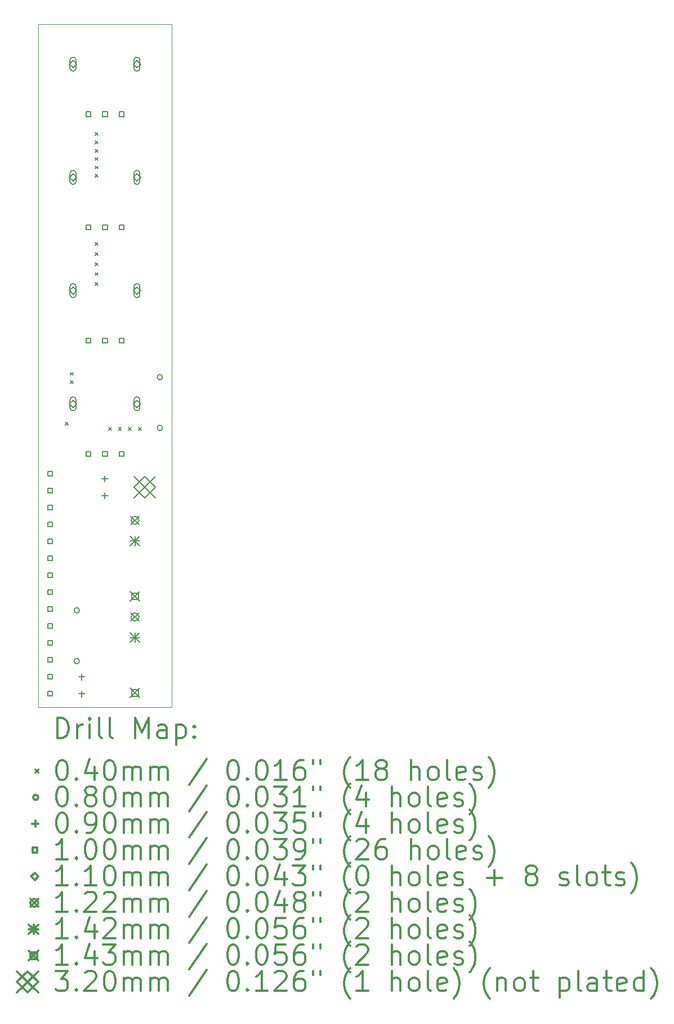
<source format=gbr>
%FSLAX45Y45*%
G04 Gerber Fmt 4.5, Leading zero omitted, Abs format (unit mm)*
G04 Created by KiCad (PCBNEW 5.1.9+dfsg1-1~bpo10+1) date 2022-01-08 23:31:28*
%MOMM*%
%LPD*%
G01*
G04 APERTURE LIST*
%TA.AperFunction,Profile*%
%ADD10C,0.050000*%
%TD*%
%ADD11C,0.200000*%
%ADD12C,0.300000*%
G04 APERTURE END LIST*
D10*
X9150000Y-15550000D02*
X9150000Y-5300000D01*
X11150000Y-15550000D02*
X9150000Y-15550000D01*
X11150000Y-5300000D02*
X11150000Y-15550000D01*
X9150000Y-5300000D02*
X11150000Y-5300000D01*
D11*
X9555000Y-11280000D02*
X9595000Y-11320000D01*
X9595000Y-11280000D02*
X9555000Y-11320000D01*
X9630000Y-10530000D02*
X9670000Y-10570000D01*
X9670000Y-10530000D02*
X9630000Y-10570000D01*
X9630000Y-10655000D02*
X9670000Y-10695000D01*
X9670000Y-10655000D02*
X9630000Y-10695000D01*
X10005000Y-6930000D02*
X10045000Y-6970000D01*
X10045000Y-6930000D02*
X10005000Y-6970000D01*
X10005000Y-7055000D02*
X10045000Y-7095000D01*
X10045000Y-7055000D02*
X10005000Y-7095000D01*
X10005000Y-7180000D02*
X10045000Y-7220000D01*
X10045000Y-7180000D02*
X10005000Y-7220000D01*
X10005000Y-7305000D02*
X10045000Y-7345000D01*
X10045000Y-7305000D02*
X10005000Y-7345000D01*
X10005000Y-7430000D02*
X10045000Y-7470000D01*
X10045000Y-7430000D02*
X10005000Y-7470000D01*
X10005000Y-7555000D02*
X10045000Y-7595000D01*
X10045000Y-7555000D02*
X10005000Y-7595000D01*
X10005000Y-8580000D02*
X10045000Y-8620000D01*
X10045000Y-8580000D02*
X10005000Y-8620000D01*
X10005000Y-8730000D02*
X10045000Y-8770000D01*
X10045000Y-8730000D02*
X10005000Y-8770000D01*
X10005000Y-8880000D02*
X10045000Y-8920000D01*
X10045000Y-8880000D02*
X10005000Y-8920000D01*
X10005000Y-9030000D02*
X10045000Y-9070000D01*
X10045000Y-9030000D02*
X10005000Y-9070000D01*
X10005000Y-9180000D02*
X10045000Y-9220000D01*
X10045000Y-9180000D02*
X10005000Y-9220000D01*
X10205000Y-11355000D02*
X10245000Y-11395000D01*
X10245000Y-11355000D02*
X10205000Y-11395000D01*
X10355000Y-11355000D02*
X10395000Y-11395000D01*
X10395000Y-11355000D02*
X10355000Y-11395000D01*
X10505000Y-11355000D02*
X10545000Y-11395000D01*
X10545000Y-11355000D02*
X10505000Y-11395000D01*
X10655000Y-11355000D02*
X10695000Y-11395000D01*
X10695000Y-11355000D02*
X10655000Y-11395000D01*
X9765000Y-14100000D02*
G75*
G03*
X9765000Y-14100000I-40000J0D01*
G01*
X9765000Y-14862000D02*
G75*
G03*
X9765000Y-14862000I-40000J0D01*
G01*
X11015000Y-10600000D02*
G75*
G03*
X11015000Y-10600000I-40000J0D01*
G01*
X11015000Y-11362000D02*
G75*
G03*
X11015000Y-11362000I-40000J0D01*
G01*
X9800000Y-15055000D02*
X9800000Y-15145000D01*
X9755000Y-15100000D02*
X9845000Y-15100000D01*
X9800000Y-15309000D02*
X9800000Y-15399000D01*
X9755000Y-15354000D02*
X9845000Y-15354000D01*
X10150000Y-12080000D02*
X10150000Y-12170000D01*
X10105000Y-12125000D02*
X10195000Y-12125000D01*
X10150000Y-12334000D02*
X10150000Y-12424000D01*
X10105000Y-12379000D02*
X10195000Y-12379000D01*
X9360356Y-12085356D02*
X9360356Y-12014644D01*
X9289644Y-12014644D01*
X9289644Y-12085356D01*
X9360356Y-12085356D01*
X9360356Y-12339356D02*
X9360356Y-12268644D01*
X9289644Y-12268644D01*
X9289644Y-12339356D01*
X9360356Y-12339356D01*
X9360356Y-12593356D02*
X9360356Y-12522644D01*
X9289644Y-12522644D01*
X9289644Y-12593356D01*
X9360356Y-12593356D01*
X9360356Y-12847356D02*
X9360356Y-12776644D01*
X9289644Y-12776644D01*
X9289644Y-12847356D01*
X9360356Y-12847356D01*
X9360356Y-13101356D02*
X9360356Y-13030644D01*
X9289644Y-13030644D01*
X9289644Y-13101356D01*
X9360356Y-13101356D01*
X9360356Y-13355356D02*
X9360356Y-13284644D01*
X9289644Y-13284644D01*
X9289644Y-13355356D01*
X9360356Y-13355356D01*
X9360356Y-13609356D02*
X9360356Y-13538644D01*
X9289644Y-13538644D01*
X9289644Y-13609356D01*
X9360356Y-13609356D01*
X9360356Y-13863356D02*
X9360356Y-13792644D01*
X9289644Y-13792644D01*
X9289644Y-13863356D01*
X9360356Y-13863356D01*
X9360356Y-14117356D02*
X9360356Y-14046644D01*
X9289644Y-14046644D01*
X9289644Y-14117356D01*
X9360356Y-14117356D01*
X9360356Y-14371356D02*
X9360356Y-14300644D01*
X9289644Y-14300644D01*
X9289644Y-14371356D01*
X9360356Y-14371356D01*
X9360356Y-14625356D02*
X9360356Y-14554644D01*
X9289644Y-14554644D01*
X9289644Y-14625356D01*
X9360356Y-14625356D01*
X9360356Y-14879356D02*
X9360356Y-14808644D01*
X9289644Y-14808644D01*
X9289644Y-14879356D01*
X9360356Y-14879356D01*
X9360356Y-15133356D02*
X9360356Y-15062644D01*
X9289644Y-15062644D01*
X9289644Y-15133356D01*
X9360356Y-15133356D01*
X9360356Y-15387356D02*
X9360356Y-15316644D01*
X9289644Y-15316644D01*
X9289644Y-15387356D01*
X9360356Y-15387356D01*
X9935356Y-6685356D02*
X9935356Y-6614644D01*
X9864644Y-6614644D01*
X9864644Y-6685356D01*
X9935356Y-6685356D01*
X9935356Y-8385356D02*
X9935356Y-8314644D01*
X9864644Y-8314644D01*
X9864644Y-8385356D01*
X9935356Y-8385356D01*
X9935356Y-10085356D02*
X9935356Y-10014644D01*
X9864644Y-10014644D01*
X9864644Y-10085356D01*
X9935356Y-10085356D01*
X9935356Y-11785356D02*
X9935356Y-11714644D01*
X9864644Y-11714644D01*
X9864644Y-11785356D01*
X9935356Y-11785356D01*
X10185356Y-6685356D02*
X10185356Y-6614644D01*
X10114644Y-6614644D01*
X10114644Y-6685356D01*
X10185356Y-6685356D01*
X10185356Y-8385356D02*
X10185356Y-8314644D01*
X10114644Y-8314644D01*
X10114644Y-8385356D01*
X10185356Y-8385356D01*
X10185356Y-10085356D02*
X10185356Y-10014644D01*
X10114644Y-10014644D01*
X10114644Y-10085356D01*
X10185356Y-10085356D01*
X10185356Y-11785356D02*
X10185356Y-11714644D01*
X10114644Y-11714644D01*
X10114644Y-11785356D01*
X10185356Y-11785356D01*
X10435356Y-6685356D02*
X10435356Y-6614644D01*
X10364644Y-6614644D01*
X10364644Y-6685356D01*
X10435356Y-6685356D01*
X10435356Y-8385356D02*
X10435356Y-8314644D01*
X10364644Y-8314644D01*
X10364644Y-8385356D01*
X10435356Y-8385356D01*
X10435356Y-10085356D02*
X10435356Y-10014644D01*
X10364644Y-10014644D01*
X10364644Y-10085356D01*
X10435356Y-10085356D01*
X10435356Y-11785356D02*
X10435356Y-11714644D01*
X10364644Y-11714644D01*
X10364644Y-11785356D01*
X10435356Y-11785356D01*
X9670000Y-5955000D02*
X9725000Y-5900000D01*
X9670000Y-5845000D01*
X9615000Y-5900000D01*
X9670000Y-5955000D01*
X9715000Y-5960000D02*
X9715000Y-5840000D01*
X9625000Y-5960000D02*
X9625000Y-5840000D01*
X9715000Y-5840000D02*
G75*
G03*
X9625000Y-5840000I-45000J0D01*
G01*
X9625000Y-5960000D02*
G75*
G03*
X9715000Y-5960000I45000J0D01*
G01*
X9670000Y-7655000D02*
X9725000Y-7600000D01*
X9670000Y-7545000D01*
X9615000Y-7600000D01*
X9670000Y-7655000D01*
X9715000Y-7660000D02*
X9715000Y-7540000D01*
X9625000Y-7660000D02*
X9625000Y-7540000D01*
X9715000Y-7540000D02*
G75*
G03*
X9625000Y-7540000I-45000J0D01*
G01*
X9625000Y-7660000D02*
G75*
G03*
X9715000Y-7660000I45000J0D01*
G01*
X9670000Y-9355000D02*
X9725000Y-9300000D01*
X9670000Y-9245000D01*
X9615000Y-9300000D01*
X9670000Y-9355000D01*
X9715000Y-9360000D02*
X9715000Y-9240000D01*
X9625000Y-9360000D02*
X9625000Y-9240000D01*
X9715000Y-9240000D02*
G75*
G03*
X9625000Y-9240000I-45000J0D01*
G01*
X9625000Y-9360000D02*
G75*
G03*
X9715000Y-9360000I45000J0D01*
G01*
X9670000Y-11055000D02*
X9725000Y-11000000D01*
X9670000Y-10945000D01*
X9615000Y-11000000D01*
X9670000Y-11055000D01*
X9715000Y-11060000D02*
X9715000Y-10940000D01*
X9625000Y-11060000D02*
X9625000Y-10940000D01*
X9715000Y-10940000D02*
G75*
G03*
X9625000Y-10940000I-45000J0D01*
G01*
X9625000Y-11060000D02*
G75*
G03*
X9715000Y-11060000I45000J0D01*
G01*
X10630000Y-5955000D02*
X10685000Y-5900000D01*
X10630000Y-5845000D01*
X10575000Y-5900000D01*
X10630000Y-5955000D01*
X10675000Y-5960000D02*
X10675000Y-5840000D01*
X10585000Y-5960000D02*
X10585000Y-5840000D01*
X10675000Y-5840000D02*
G75*
G03*
X10585000Y-5840000I-45000J0D01*
G01*
X10585000Y-5960000D02*
G75*
G03*
X10675000Y-5960000I45000J0D01*
G01*
X10630000Y-7655000D02*
X10685000Y-7600000D01*
X10630000Y-7545000D01*
X10575000Y-7600000D01*
X10630000Y-7655000D01*
X10675000Y-7660000D02*
X10675000Y-7540000D01*
X10585000Y-7660000D02*
X10585000Y-7540000D01*
X10675000Y-7540000D02*
G75*
G03*
X10585000Y-7540000I-45000J0D01*
G01*
X10585000Y-7660000D02*
G75*
G03*
X10675000Y-7660000I45000J0D01*
G01*
X10630000Y-9355000D02*
X10685000Y-9300000D01*
X10630000Y-9245000D01*
X10575000Y-9300000D01*
X10630000Y-9355000D01*
X10675000Y-9360000D02*
X10675000Y-9240000D01*
X10585000Y-9360000D02*
X10585000Y-9240000D01*
X10675000Y-9240000D02*
G75*
G03*
X10585000Y-9240000I-45000J0D01*
G01*
X10585000Y-9360000D02*
G75*
G03*
X10675000Y-9360000I45000J0D01*
G01*
X10630000Y-11055000D02*
X10685000Y-11000000D01*
X10630000Y-10945000D01*
X10575000Y-11000000D01*
X10630000Y-11055000D01*
X10675000Y-11060000D02*
X10675000Y-10940000D01*
X10585000Y-11060000D02*
X10585000Y-10940000D01*
X10675000Y-10940000D02*
G75*
G03*
X10585000Y-10940000I-45000J0D01*
G01*
X10585000Y-11060000D02*
G75*
G03*
X10675000Y-11060000I45000J0D01*
G01*
X10539000Y-12689000D02*
X10661000Y-12811000D01*
X10661000Y-12689000D02*
X10539000Y-12811000D01*
X10661000Y-12750000D02*
G75*
G03*
X10661000Y-12750000I-61000J0D01*
G01*
X10539000Y-14139000D02*
X10661000Y-14261000D01*
X10661000Y-14139000D02*
X10539000Y-14261000D01*
X10661000Y-14200000D02*
G75*
G03*
X10661000Y-14200000I-61000J0D01*
G01*
X10529000Y-12989000D02*
X10671000Y-13131000D01*
X10671000Y-12989000D02*
X10529000Y-13131000D01*
X10600000Y-12989000D02*
X10600000Y-13131000D01*
X10529000Y-13060000D02*
X10671000Y-13060000D01*
X10529000Y-14439000D02*
X10671000Y-14581000D01*
X10671000Y-14439000D02*
X10529000Y-14581000D01*
X10600000Y-14439000D02*
X10600000Y-14581000D01*
X10529000Y-14510000D02*
X10671000Y-14510000D01*
X10528500Y-13818500D02*
X10671500Y-13961500D01*
X10671500Y-13818500D02*
X10528500Y-13961500D01*
X10650559Y-13940559D02*
X10650559Y-13839441D01*
X10549441Y-13839441D01*
X10549441Y-13940559D01*
X10650559Y-13940559D01*
X10528500Y-15268500D02*
X10671500Y-15411500D01*
X10671500Y-15268500D02*
X10528500Y-15411500D01*
X10650559Y-15390559D02*
X10650559Y-15289441D01*
X10549441Y-15289441D01*
X10549441Y-15390559D01*
X10650559Y-15390559D01*
X10590000Y-12090000D02*
X10910000Y-12410000D01*
X10910000Y-12090000D02*
X10590000Y-12410000D01*
X10750000Y-12410000D02*
X10910000Y-12250000D01*
X10750000Y-12090000D01*
X10590000Y-12250000D01*
X10750000Y-12410000D01*
D12*
X9433928Y-16018214D02*
X9433928Y-15718214D01*
X9505357Y-15718214D01*
X9548214Y-15732500D01*
X9576786Y-15761071D01*
X9591071Y-15789643D01*
X9605357Y-15846786D01*
X9605357Y-15889643D01*
X9591071Y-15946786D01*
X9576786Y-15975357D01*
X9548214Y-16003929D01*
X9505357Y-16018214D01*
X9433928Y-16018214D01*
X9733928Y-16018214D02*
X9733928Y-15818214D01*
X9733928Y-15875357D02*
X9748214Y-15846786D01*
X9762500Y-15832500D01*
X9791071Y-15818214D01*
X9819643Y-15818214D01*
X9919643Y-16018214D02*
X9919643Y-15818214D01*
X9919643Y-15718214D02*
X9905357Y-15732500D01*
X9919643Y-15746786D01*
X9933928Y-15732500D01*
X9919643Y-15718214D01*
X9919643Y-15746786D01*
X10105357Y-16018214D02*
X10076786Y-16003929D01*
X10062500Y-15975357D01*
X10062500Y-15718214D01*
X10262500Y-16018214D02*
X10233928Y-16003929D01*
X10219643Y-15975357D01*
X10219643Y-15718214D01*
X10605357Y-16018214D02*
X10605357Y-15718214D01*
X10705357Y-15932500D01*
X10805357Y-15718214D01*
X10805357Y-16018214D01*
X11076786Y-16018214D02*
X11076786Y-15861071D01*
X11062500Y-15832500D01*
X11033928Y-15818214D01*
X10976786Y-15818214D01*
X10948214Y-15832500D01*
X11076786Y-16003929D02*
X11048214Y-16018214D01*
X10976786Y-16018214D01*
X10948214Y-16003929D01*
X10933928Y-15975357D01*
X10933928Y-15946786D01*
X10948214Y-15918214D01*
X10976786Y-15903929D01*
X11048214Y-15903929D01*
X11076786Y-15889643D01*
X11219643Y-15818214D02*
X11219643Y-16118214D01*
X11219643Y-15832500D02*
X11248214Y-15818214D01*
X11305357Y-15818214D01*
X11333928Y-15832500D01*
X11348214Y-15846786D01*
X11362500Y-15875357D01*
X11362500Y-15961071D01*
X11348214Y-15989643D01*
X11333928Y-16003929D01*
X11305357Y-16018214D01*
X11248214Y-16018214D01*
X11219643Y-16003929D01*
X11491071Y-15989643D02*
X11505357Y-16003929D01*
X11491071Y-16018214D01*
X11476786Y-16003929D01*
X11491071Y-15989643D01*
X11491071Y-16018214D01*
X11491071Y-15832500D02*
X11505357Y-15846786D01*
X11491071Y-15861071D01*
X11476786Y-15846786D01*
X11491071Y-15832500D01*
X11491071Y-15861071D01*
X9107500Y-16492500D02*
X9147500Y-16532500D01*
X9147500Y-16492500D02*
X9107500Y-16532500D01*
X9491071Y-16348214D02*
X9519643Y-16348214D01*
X9548214Y-16362500D01*
X9562500Y-16376786D01*
X9576786Y-16405357D01*
X9591071Y-16462500D01*
X9591071Y-16533929D01*
X9576786Y-16591071D01*
X9562500Y-16619643D01*
X9548214Y-16633929D01*
X9519643Y-16648214D01*
X9491071Y-16648214D01*
X9462500Y-16633929D01*
X9448214Y-16619643D01*
X9433928Y-16591071D01*
X9419643Y-16533929D01*
X9419643Y-16462500D01*
X9433928Y-16405357D01*
X9448214Y-16376786D01*
X9462500Y-16362500D01*
X9491071Y-16348214D01*
X9719643Y-16619643D02*
X9733928Y-16633929D01*
X9719643Y-16648214D01*
X9705357Y-16633929D01*
X9719643Y-16619643D01*
X9719643Y-16648214D01*
X9991071Y-16448214D02*
X9991071Y-16648214D01*
X9919643Y-16333929D02*
X9848214Y-16548214D01*
X10033928Y-16548214D01*
X10205357Y-16348214D02*
X10233928Y-16348214D01*
X10262500Y-16362500D01*
X10276786Y-16376786D01*
X10291071Y-16405357D01*
X10305357Y-16462500D01*
X10305357Y-16533929D01*
X10291071Y-16591071D01*
X10276786Y-16619643D01*
X10262500Y-16633929D01*
X10233928Y-16648214D01*
X10205357Y-16648214D01*
X10176786Y-16633929D01*
X10162500Y-16619643D01*
X10148214Y-16591071D01*
X10133928Y-16533929D01*
X10133928Y-16462500D01*
X10148214Y-16405357D01*
X10162500Y-16376786D01*
X10176786Y-16362500D01*
X10205357Y-16348214D01*
X10433928Y-16648214D02*
X10433928Y-16448214D01*
X10433928Y-16476786D02*
X10448214Y-16462500D01*
X10476786Y-16448214D01*
X10519643Y-16448214D01*
X10548214Y-16462500D01*
X10562500Y-16491071D01*
X10562500Y-16648214D01*
X10562500Y-16491071D02*
X10576786Y-16462500D01*
X10605357Y-16448214D01*
X10648214Y-16448214D01*
X10676786Y-16462500D01*
X10691071Y-16491071D01*
X10691071Y-16648214D01*
X10833928Y-16648214D02*
X10833928Y-16448214D01*
X10833928Y-16476786D02*
X10848214Y-16462500D01*
X10876786Y-16448214D01*
X10919643Y-16448214D01*
X10948214Y-16462500D01*
X10962500Y-16491071D01*
X10962500Y-16648214D01*
X10962500Y-16491071D02*
X10976786Y-16462500D01*
X11005357Y-16448214D01*
X11048214Y-16448214D01*
X11076786Y-16462500D01*
X11091071Y-16491071D01*
X11091071Y-16648214D01*
X11676786Y-16333929D02*
X11419643Y-16719643D01*
X12062500Y-16348214D02*
X12091071Y-16348214D01*
X12119643Y-16362500D01*
X12133928Y-16376786D01*
X12148214Y-16405357D01*
X12162500Y-16462500D01*
X12162500Y-16533929D01*
X12148214Y-16591071D01*
X12133928Y-16619643D01*
X12119643Y-16633929D01*
X12091071Y-16648214D01*
X12062500Y-16648214D01*
X12033928Y-16633929D01*
X12019643Y-16619643D01*
X12005357Y-16591071D01*
X11991071Y-16533929D01*
X11991071Y-16462500D01*
X12005357Y-16405357D01*
X12019643Y-16376786D01*
X12033928Y-16362500D01*
X12062500Y-16348214D01*
X12291071Y-16619643D02*
X12305357Y-16633929D01*
X12291071Y-16648214D01*
X12276786Y-16633929D01*
X12291071Y-16619643D01*
X12291071Y-16648214D01*
X12491071Y-16348214D02*
X12519643Y-16348214D01*
X12548214Y-16362500D01*
X12562500Y-16376786D01*
X12576786Y-16405357D01*
X12591071Y-16462500D01*
X12591071Y-16533929D01*
X12576786Y-16591071D01*
X12562500Y-16619643D01*
X12548214Y-16633929D01*
X12519643Y-16648214D01*
X12491071Y-16648214D01*
X12462500Y-16633929D01*
X12448214Y-16619643D01*
X12433928Y-16591071D01*
X12419643Y-16533929D01*
X12419643Y-16462500D01*
X12433928Y-16405357D01*
X12448214Y-16376786D01*
X12462500Y-16362500D01*
X12491071Y-16348214D01*
X12876786Y-16648214D02*
X12705357Y-16648214D01*
X12791071Y-16648214D02*
X12791071Y-16348214D01*
X12762500Y-16391071D01*
X12733928Y-16419643D01*
X12705357Y-16433929D01*
X13133928Y-16348214D02*
X13076786Y-16348214D01*
X13048214Y-16362500D01*
X13033928Y-16376786D01*
X13005357Y-16419643D01*
X12991071Y-16476786D01*
X12991071Y-16591071D01*
X13005357Y-16619643D01*
X13019643Y-16633929D01*
X13048214Y-16648214D01*
X13105357Y-16648214D01*
X13133928Y-16633929D01*
X13148214Y-16619643D01*
X13162500Y-16591071D01*
X13162500Y-16519643D01*
X13148214Y-16491071D01*
X13133928Y-16476786D01*
X13105357Y-16462500D01*
X13048214Y-16462500D01*
X13019643Y-16476786D01*
X13005357Y-16491071D01*
X12991071Y-16519643D01*
X13276786Y-16348214D02*
X13276786Y-16405357D01*
X13391071Y-16348214D02*
X13391071Y-16405357D01*
X13833928Y-16762500D02*
X13819643Y-16748214D01*
X13791071Y-16705357D01*
X13776786Y-16676786D01*
X13762500Y-16633929D01*
X13748214Y-16562500D01*
X13748214Y-16505357D01*
X13762500Y-16433929D01*
X13776786Y-16391071D01*
X13791071Y-16362500D01*
X13819643Y-16319643D01*
X13833928Y-16305357D01*
X14105357Y-16648214D02*
X13933928Y-16648214D01*
X14019643Y-16648214D02*
X14019643Y-16348214D01*
X13991071Y-16391071D01*
X13962500Y-16419643D01*
X13933928Y-16433929D01*
X14276786Y-16476786D02*
X14248214Y-16462500D01*
X14233928Y-16448214D01*
X14219643Y-16419643D01*
X14219643Y-16405357D01*
X14233928Y-16376786D01*
X14248214Y-16362500D01*
X14276786Y-16348214D01*
X14333928Y-16348214D01*
X14362500Y-16362500D01*
X14376786Y-16376786D01*
X14391071Y-16405357D01*
X14391071Y-16419643D01*
X14376786Y-16448214D01*
X14362500Y-16462500D01*
X14333928Y-16476786D01*
X14276786Y-16476786D01*
X14248214Y-16491071D01*
X14233928Y-16505357D01*
X14219643Y-16533929D01*
X14219643Y-16591071D01*
X14233928Y-16619643D01*
X14248214Y-16633929D01*
X14276786Y-16648214D01*
X14333928Y-16648214D01*
X14362500Y-16633929D01*
X14376786Y-16619643D01*
X14391071Y-16591071D01*
X14391071Y-16533929D01*
X14376786Y-16505357D01*
X14362500Y-16491071D01*
X14333928Y-16476786D01*
X14748214Y-16648214D02*
X14748214Y-16348214D01*
X14876786Y-16648214D02*
X14876786Y-16491071D01*
X14862500Y-16462500D01*
X14833928Y-16448214D01*
X14791071Y-16448214D01*
X14762500Y-16462500D01*
X14748214Y-16476786D01*
X15062500Y-16648214D02*
X15033928Y-16633929D01*
X15019643Y-16619643D01*
X15005357Y-16591071D01*
X15005357Y-16505357D01*
X15019643Y-16476786D01*
X15033928Y-16462500D01*
X15062500Y-16448214D01*
X15105357Y-16448214D01*
X15133928Y-16462500D01*
X15148214Y-16476786D01*
X15162500Y-16505357D01*
X15162500Y-16591071D01*
X15148214Y-16619643D01*
X15133928Y-16633929D01*
X15105357Y-16648214D01*
X15062500Y-16648214D01*
X15333928Y-16648214D02*
X15305357Y-16633929D01*
X15291071Y-16605357D01*
X15291071Y-16348214D01*
X15562500Y-16633929D02*
X15533928Y-16648214D01*
X15476786Y-16648214D01*
X15448214Y-16633929D01*
X15433928Y-16605357D01*
X15433928Y-16491071D01*
X15448214Y-16462500D01*
X15476786Y-16448214D01*
X15533928Y-16448214D01*
X15562500Y-16462500D01*
X15576786Y-16491071D01*
X15576786Y-16519643D01*
X15433928Y-16548214D01*
X15691071Y-16633929D02*
X15719643Y-16648214D01*
X15776786Y-16648214D01*
X15805357Y-16633929D01*
X15819643Y-16605357D01*
X15819643Y-16591071D01*
X15805357Y-16562500D01*
X15776786Y-16548214D01*
X15733928Y-16548214D01*
X15705357Y-16533929D01*
X15691071Y-16505357D01*
X15691071Y-16491071D01*
X15705357Y-16462500D01*
X15733928Y-16448214D01*
X15776786Y-16448214D01*
X15805357Y-16462500D01*
X15919643Y-16762500D02*
X15933928Y-16748214D01*
X15962500Y-16705357D01*
X15976786Y-16676786D01*
X15991071Y-16633929D01*
X16005357Y-16562500D01*
X16005357Y-16505357D01*
X15991071Y-16433929D01*
X15976786Y-16391071D01*
X15962500Y-16362500D01*
X15933928Y-16319643D01*
X15919643Y-16305357D01*
X9147500Y-16908500D02*
G75*
G03*
X9147500Y-16908500I-40000J0D01*
G01*
X9491071Y-16744214D02*
X9519643Y-16744214D01*
X9548214Y-16758500D01*
X9562500Y-16772786D01*
X9576786Y-16801357D01*
X9591071Y-16858500D01*
X9591071Y-16929929D01*
X9576786Y-16987072D01*
X9562500Y-17015643D01*
X9548214Y-17029929D01*
X9519643Y-17044214D01*
X9491071Y-17044214D01*
X9462500Y-17029929D01*
X9448214Y-17015643D01*
X9433928Y-16987072D01*
X9419643Y-16929929D01*
X9419643Y-16858500D01*
X9433928Y-16801357D01*
X9448214Y-16772786D01*
X9462500Y-16758500D01*
X9491071Y-16744214D01*
X9719643Y-17015643D02*
X9733928Y-17029929D01*
X9719643Y-17044214D01*
X9705357Y-17029929D01*
X9719643Y-17015643D01*
X9719643Y-17044214D01*
X9905357Y-16872786D02*
X9876786Y-16858500D01*
X9862500Y-16844214D01*
X9848214Y-16815643D01*
X9848214Y-16801357D01*
X9862500Y-16772786D01*
X9876786Y-16758500D01*
X9905357Y-16744214D01*
X9962500Y-16744214D01*
X9991071Y-16758500D01*
X10005357Y-16772786D01*
X10019643Y-16801357D01*
X10019643Y-16815643D01*
X10005357Y-16844214D01*
X9991071Y-16858500D01*
X9962500Y-16872786D01*
X9905357Y-16872786D01*
X9876786Y-16887072D01*
X9862500Y-16901357D01*
X9848214Y-16929929D01*
X9848214Y-16987072D01*
X9862500Y-17015643D01*
X9876786Y-17029929D01*
X9905357Y-17044214D01*
X9962500Y-17044214D01*
X9991071Y-17029929D01*
X10005357Y-17015643D01*
X10019643Y-16987072D01*
X10019643Y-16929929D01*
X10005357Y-16901357D01*
X9991071Y-16887072D01*
X9962500Y-16872786D01*
X10205357Y-16744214D02*
X10233928Y-16744214D01*
X10262500Y-16758500D01*
X10276786Y-16772786D01*
X10291071Y-16801357D01*
X10305357Y-16858500D01*
X10305357Y-16929929D01*
X10291071Y-16987072D01*
X10276786Y-17015643D01*
X10262500Y-17029929D01*
X10233928Y-17044214D01*
X10205357Y-17044214D01*
X10176786Y-17029929D01*
X10162500Y-17015643D01*
X10148214Y-16987072D01*
X10133928Y-16929929D01*
X10133928Y-16858500D01*
X10148214Y-16801357D01*
X10162500Y-16772786D01*
X10176786Y-16758500D01*
X10205357Y-16744214D01*
X10433928Y-17044214D02*
X10433928Y-16844214D01*
X10433928Y-16872786D02*
X10448214Y-16858500D01*
X10476786Y-16844214D01*
X10519643Y-16844214D01*
X10548214Y-16858500D01*
X10562500Y-16887072D01*
X10562500Y-17044214D01*
X10562500Y-16887072D02*
X10576786Y-16858500D01*
X10605357Y-16844214D01*
X10648214Y-16844214D01*
X10676786Y-16858500D01*
X10691071Y-16887072D01*
X10691071Y-17044214D01*
X10833928Y-17044214D02*
X10833928Y-16844214D01*
X10833928Y-16872786D02*
X10848214Y-16858500D01*
X10876786Y-16844214D01*
X10919643Y-16844214D01*
X10948214Y-16858500D01*
X10962500Y-16887072D01*
X10962500Y-17044214D01*
X10962500Y-16887072D02*
X10976786Y-16858500D01*
X11005357Y-16844214D01*
X11048214Y-16844214D01*
X11076786Y-16858500D01*
X11091071Y-16887072D01*
X11091071Y-17044214D01*
X11676786Y-16729929D02*
X11419643Y-17115643D01*
X12062500Y-16744214D02*
X12091071Y-16744214D01*
X12119643Y-16758500D01*
X12133928Y-16772786D01*
X12148214Y-16801357D01*
X12162500Y-16858500D01*
X12162500Y-16929929D01*
X12148214Y-16987072D01*
X12133928Y-17015643D01*
X12119643Y-17029929D01*
X12091071Y-17044214D01*
X12062500Y-17044214D01*
X12033928Y-17029929D01*
X12019643Y-17015643D01*
X12005357Y-16987072D01*
X11991071Y-16929929D01*
X11991071Y-16858500D01*
X12005357Y-16801357D01*
X12019643Y-16772786D01*
X12033928Y-16758500D01*
X12062500Y-16744214D01*
X12291071Y-17015643D02*
X12305357Y-17029929D01*
X12291071Y-17044214D01*
X12276786Y-17029929D01*
X12291071Y-17015643D01*
X12291071Y-17044214D01*
X12491071Y-16744214D02*
X12519643Y-16744214D01*
X12548214Y-16758500D01*
X12562500Y-16772786D01*
X12576786Y-16801357D01*
X12591071Y-16858500D01*
X12591071Y-16929929D01*
X12576786Y-16987072D01*
X12562500Y-17015643D01*
X12548214Y-17029929D01*
X12519643Y-17044214D01*
X12491071Y-17044214D01*
X12462500Y-17029929D01*
X12448214Y-17015643D01*
X12433928Y-16987072D01*
X12419643Y-16929929D01*
X12419643Y-16858500D01*
X12433928Y-16801357D01*
X12448214Y-16772786D01*
X12462500Y-16758500D01*
X12491071Y-16744214D01*
X12691071Y-16744214D02*
X12876786Y-16744214D01*
X12776786Y-16858500D01*
X12819643Y-16858500D01*
X12848214Y-16872786D01*
X12862500Y-16887072D01*
X12876786Y-16915643D01*
X12876786Y-16987072D01*
X12862500Y-17015643D01*
X12848214Y-17029929D01*
X12819643Y-17044214D01*
X12733928Y-17044214D01*
X12705357Y-17029929D01*
X12691071Y-17015643D01*
X13162500Y-17044214D02*
X12991071Y-17044214D01*
X13076786Y-17044214D02*
X13076786Y-16744214D01*
X13048214Y-16787072D01*
X13019643Y-16815643D01*
X12991071Y-16829929D01*
X13276786Y-16744214D02*
X13276786Y-16801357D01*
X13391071Y-16744214D02*
X13391071Y-16801357D01*
X13833928Y-17158500D02*
X13819643Y-17144214D01*
X13791071Y-17101357D01*
X13776786Y-17072786D01*
X13762500Y-17029929D01*
X13748214Y-16958500D01*
X13748214Y-16901357D01*
X13762500Y-16829929D01*
X13776786Y-16787072D01*
X13791071Y-16758500D01*
X13819643Y-16715643D01*
X13833928Y-16701357D01*
X14076786Y-16844214D02*
X14076786Y-17044214D01*
X14005357Y-16729929D02*
X13933928Y-16944214D01*
X14119643Y-16944214D01*
X14462500Y-17044214D02*
X14462500Y-16744214D01*
X14591071Y-17044214D02*
X14591071Y-16887072D01*
X14576786Y-16858500D01*
X14548214Y-16844214D01*
X14505357Y-16844214D01*
X14476786Y-16858500D01*
X14462500Y-16872786D01*
X14776786Y-17044214D02*
X14748214Y-17029929D01*
X14733928Y-17015643D01*
X14719643Y-16987072D01*
X14719643Y-16901357D01*
X14733928Y-16872786D01*
X14748214Y-16858500D01*
X14776786Y-16844214D01*
X14819643Y-16844214D01*
X14848214Y-16858500D01*
X14862500Y-16872786D01*
X14876786Y-16901357D01*
X14876786Y-16987072D01*
X14862500Y-17015643D01*
X14848214Y-17029929D01*
X14819643Y-17044214D01*
X14776786Y-17044214D01*
X15048214Y-17044214D02*
X15019643Y-17029929D01*
X15005357Y-17001357D01*
X15005357Y-16744214D01*
X15276786Y-17029929D02*
X15248214Y-17044214D01*
X15191071Y-17044214D01*
X15162500Y-17029929D01*
X15148214Y-17001357D01*
X15148214Y-16887072D01*
X15162500Y-16858500D01*
X15191071Y-16844214D01*
X15248214Y-16844214D01*
X15276786Y-16858500D01*
X15291071Y-16887072D01*
X15291071Y-16915643D01*
X15148214Y-16944214D01*
X15405357Y-17029929D02*
X15433928Y-17044214D01*
X15491071Y-17044214D01*
X15519643Y-17029929D01*
X15533928Y-17001357D01*
X15533928Y-16987072D01*
X15519643Y-16958500D01*
X15491071Y-16944214D01*
X15448214Y-16944214D01*
X15419643Y-16929929D01*
X15405357Y-16901357D01*
X15405357Y-16887072D01*
X15419643Y-16858500D01*
X15448214Y-16844214D01*
X15491071Y-16844214D01*
X15519643Y-16858500D01*
X15633928Y-17158500D02*
X15648214Y-17144214D01*
X15676786Y-17101357D01*
X15691071Y-17072786D01*
X15705357Y-17029929D01*
X15719643Y-16958500D01*
X15719643Y-16901357D01*
X15705357Y-16829929D01*
X15691071Y-16787072D01*
X15676786Y-16758500D01*
X15648214Y-16715643D01*
X15633928Y-16701357D01*
X9102500Y-17259500D02*
X9102500Y-17349500D01*
X9057500Y-17304500D02*
X9147500Y-17304500D01*
X9491071Y-17140214D02*
X9519643Y-17140214D01*
X9548214Y-17154500D01*
X9562500Y-17168786D01*
X9576786Y-17197357D01*
X9591071Y-17254500D01*
X9591071Y-17325929D01*
X9576786Y-17383072D01*
X9562500Y-17411643D01*
X9548214Y-17425929D01*
X9519643Y-17440214D01*
X9491071Y-17440214D01*
X9462500Y-17425929D01*
X9448214Y-17411643D01*
X9433928Y-17383072D01*
X9419643Y-17325929D01*
X9419643Y-17254500D01*
X9433928Y-17197357D01*
X9448214Y-17168786D01*
X9462500Y-17154500D01*
X9491071Y-17140214D01*
X9719643Y-17411643D02*
X9733928Y-17425929D01*
X9719643Y-17440214D01*
X9705357Y-17425929D01*
X9719643Y-17411643D01*
X9719643Y-17440214D01*
X9876786Y-17440214D02*
X9933928Y-17440214D01*
X9962500Y-17425929D01*
X9976786Y-17411643D01*
X10005357Y-17368786D01*
X10019643Y-17311643D01*
X10019643Y-17197357D01*
X10005357Y-17168786D01*
X9991071Y-17154500D01*
X9962500Y-17140214D01*
X9905357Y-17140214D01*
X9876786Y-17154500D01*
X9862500Y-17168786D01*
X9848214Y-17197357D01*
X9848214Y-17268786D01*
X9862500Y-17297357D01*
X9876786Y-17311643D01*
X9905357Y-17325929D01*
X9962500Y-17325929D01*
X9991071Y-17311643D01*
X10005357Y-17297357D01*
X10019643Y-17268786D01*
X10205357Y-17140214D02*
X10233928Y-17140214D01*
X10262500Y-17154500D01*
X10276786Y-17168786D01*
X10291071Y-17197357D01*
X10305357Y-17254500D01*
X10305357Y-17325929D01*
X10291071Y-17383072D01*
X10276786Y-17411643D01*
X10262500Y-17425929D01*
X10233928Y-17440214D01*
X10205357Y-17440214D01*
X10176786Y-17425929D01*
X10162500Y-17411643D01*
X10148214Y-17383072D01*
X10133928Y-17325929D01*
X10133928Y-17254500D01*
X10148214Y-17197357D01*
X10162500Y-17168786D01*
X10176786Y-17154500D01*
X10205357Y-17140214D01*
X10433928Y-17440214D02*
X10433928Y-17240214D01*
X10433928Y-17268786D02*
X10448214Y-17254500D01*
X10476786Y-17240214D01*
X10519643Y-17240214D01*
X10548214Y-17254500D01*
X10562500Y-17283072D01*
X10562500Y-17440214D01*
X10562500Y-17283072D02*
X10576786Y-17254500D01*
X10605357Y-17240214D01*
X10648214Y-17240214D01*
X10676786Y-17254500D01*
X10691071Y-17283072D01*
X10691071Y-17440214D01*
X10833928Y-17440214D02*
X10833928Y-17240214D01*
X10833928Y-17268786D02*
X10848214Y-17254500D01*
X10876786Y-17240214D01*
X10919643Y-17240214D01*
X10948214Y-17254500D01*
X10962500Y-17283072D01*
X10962500Y-17440214D01*
X10962500Y-17283072D02*
X10976786Y-17254500D01*
X11005357Y-17240214D01*
X11048214Y-17240214D01*
X11076786Y-17254500D01*
X11091071Y-17283072D01*
X11091071Y-17440214D01*
X11676786Y-17125929D02*
X11419643Y-17511643D01*
X12062500Y-17140214D02*
X12091071Y-17140214D01*
X12119643Y-17154500D01*
X12133928Y-17168786D01*
X12148214Y-17197357D01*
X12162500Y-17254500D01*
X12162500Y-17325929D01*
X12148214Y-17383072D01*
X12133928Y-17411643D01*
X12119643Y-17425929D01*
X12091071Y-17440214D01*
X12062500Y-17440214D01*
X12033928Y-17425929D01*
X12019643Y-17411643D01*
X12005357Y-17383072D01*
X11991071Y-17325929D01*
X11991071Y-17254500D01*
X12005357Y-17197357D01*
X12019643Y-17168786D01*
X12033928Y-17154500D01*
X12062500Y-17140214D01*
X12291071Y-17411643D02*
X12305357Y-17425929D01*
X12291071Y-17440214D01*
X12276786Y-17425929D01*
X12291071Y-17411643D01*
X12291071Y-17440214D01*
X12491071Y-17140214D02*
X12519643Y-17140214D01*
X12548214Y-17154500D01*
X12562500Y-17168786D01*
X12576786Y-17197357D01*
X12591071Y-17254500D01*
X12591071Y-17325929D01*
X12576786Y-17383072D01*
X12562500Y-17411643D01*
X12548214Y-17425929D01*
X12519643Y-17440214D01*
X12491071Y-17440214D01*
X12462500Y-17425929D01*
X12448214Y-17411643D01*
X12433928Y-17383072D01*
X12419643Y-17325929D01*
X12419643Y-17254500D01*
X12433928Y-17197357D01*
X12448214Y-17168786D01*
X12462500Y-17154500D01*
X12491071Y-17140214D01*
X12691071Y-17140214D02*
X12876786Y-17140214D01*
X12776786Y-17254500D01*
X12819643Y-17254500D01*
X12848214Y-17268786D01*
X12862500Y-17283072D01*
X12876786Y-17311643D01*
X12876786Y-17383072D01*
X12862500Y-17411643D01*
X12848214Y-17425929D01*
X12819643Y-17440214D01*
X12733928Y-17440214D01*
X12705357Y-17425929D01*
X12691071Y-17411643D01*
X13148214Y-17140214D02*
X13005357Y-17140214D01*
X12991071Y-17283072D01*
X13005357Y-17268786D01*
X13033928Y-17254500D01*
X13105357Y-17254500D01*
X13133928Y-17268786D01*
X13148214Y-17283072D01*
X13162500Y-17311643D01*
X13162500Y-17383072D01*
X13148214Y-17411643D01*
X13133928Y-17425929D01*
X13105357Y-17440214D01*
X13033928Y-17440214D01*
X13005357Y-17425929D01*
X12991071Y-17411643D01*
X13276786Y-17140214D02*
X13276786Y-17197357D01*
X13391071Y-17140214D02*
X13391071Y-17197357D01*
X13833928Y-17554500D02*
X13819643Y-17540214D01*
X13791071Y-17497357D01*
X13776786Y-17468786D01*
X13762500Y-17425929D01*
X13748214Y-17354500D01*
X13748214Y-17297357D01*
X13762500Y-17225929D01*
X13776786Y-17183072D01*
X13791071Y-17154500D01*
X13819643Y-17111643D01*
X13833928Y-17097357D01*
X14076786Y-17240214D02*
X14076786Y-17440214D01*
X14005357Y-17125929D02*
X13933928Y-17340214D01*
X14119643Y-17340214D01*
X14462500Y-17440214D02*
X14462500Y-17140214D01*
X14591071Y-17440214D02*
X14591071Y-17283072D01*
X14576786Y-17254500D01*
X14548214Y-17240214D01*
X14505357Y-17240214D01*
X14476786Y-17254500D01*
X14462500Y-17268786D01*
X14776786Y-17440214D02*
X14748214Y-17425929D01*
X14733928Y-17411643D01*
X14719643Y-17383072D01*
X14719643Y-17297357D01*
X14733928Y-17268786D01*
X14748214Y-17254500D01*
X14776786Y-17240214D01*
X14819643Y-17240214D01*
X14848214Y-17254500D01*
X14862500Y-17268786D01*
X14876786Y-17297357D01*
X14876786Y-17383072D01*
X14862500Y-17411643D01*
X14848214Y-17425929D01*
X14819643Y-17440214D01*
X14776786Y-17440214D01*
X15048214Y-17440214D02*
X15019643Y-17425929D01*
X15005357Y-17397357D01*
X15005357Y-17140214D01*
X15276786Y-17425929D02*
X15248214Y-17440214D01*
X15191071Y-17440214D01*
X15162500Y-17425929D01*
X15148214Y-17397357D01*
X15148214Y-17283072D01*
X15162500Y-17254500D01*
X15191071Y-17240214D01*
X15248214Y-17240214D01*
X15276786Y-17254500D01*
X15291071Y-17283072D01*
X15291071Y-17311643D01*
X15148214Y-17340214D01*
X15405357Y-17425929D02*
X15433928Y-17440214D01*
X15491071Y-17440214D01*
X15519643Y-17425929D01*
X15533928Y-17397357D01*
X15533928Y-17383072D01*
X15519643Y-17354500D01*
X15491071Y-17340214D01*
X15448214Y-17340214D01*
X15419643Y-17325929D01*
X15405357Y-17297357D01*
X15405357Y-17283072D01*
X15419643Y-17254500D01*
X15448214Y-17240214D01*
X15491071Y-17240214D01*
X15519643Y-17254500D01*
X15633928Y-17554500D02*
X15648214Y-17540214D01*
X15676786Y-17497357D01*
X15691071Y-17468786D01*
X15705357Y-17425929D01*
X15719643Y-17354500D01*
X15719643Y-17297357D01*
X15705357Y-17225929D01*
X15691071Y-17183072D01*
X15676786Y-17154500D01*
X15648214Y-17111643D01*
X15633928Y-17097357D01*
X9132856Y-17735856D02*
X9132856Y-17665144D01*
X9062144Y-17665144D01*
X9062144Y-17735856D01*
X9132856Y-17735856D01*
X9591071Y-17836214D02*
X9419643Y-17836214D01*
X9505357Y-17836214D02*
X9505357Y-17536214D01*
X9476786Y-17579072D01*
X9448214Y-17607643D01*
X9419643Y-17621929D01*
X9719643Y-17807643D02*
X9733928Y-17821929D01*
X9719643Y-17836214D01*
X9705357Y-17821929D01*
X9719643Y-17807643D01*
X9719643Y-17836214D01*
X9919643Y-17536214D02*
X9948214Y-17536214D01*
X9976786Y-17550500D01*
X9991071Y-17564786D01*
X10005357Y-17593357D01*
X10019643Y-17650500D01*
X10019643Y-17721929D01*
X10005357Y-17779072D01*
X9991071Y-17807643D01*
X9976786Y-17821929D01*
X9948214Y-17836214D01*
X9919643Y-17836214D01*
X9891071Y-17821929D01*
X9876786Y-17807643D01*
X9862500Y-17779072D01*
X9848214Y-17721929D01*
X9848214Y-17650500D01*
X9862500Y-17593357D01*
X9876786Y-17564786D01*
X9891071Y-17550500D01*
X9919643Y-17536214D01*
X10205357Y-17536214D02*
X10233928Y-17536214D01*
X10262500Y-17550500D01*
X10276786Y-17564786D01*
X10291071Y-17593357D01*
X10305357Y-17650500D01*
X10305357Y-17721929D01*
X10291071Y-17779072D01*
X10276786Y-17807643D01*
X10262500Y-17821929D01*
X10233928Y-17836214D01*
X10205357Y-17836214D01*
X10176786Y-17821929D01*
X10162500Y-17807643D01*
X10148214Y-17779072D01*
X10133928Y-17721929D01*
X10133928Y-17650500D01*
X10148214Y-17593357D01*
X10162500Y-17564786D01*
X10176786Y-17550500D01*
X10205357Y-17536214D01*
X10433928Y-17836214D02*
X10433928Y-17636214D01*
X10433928Y-17664786D02*
X10448214Y-17650500D01*
X10476786Y-17636214D01*
X10519643Y-17636214D01*
X10548214Y-17650500D01*
X10562500Y-17679072D01*
X10562500Y-17836214D01*
X10562500Y-17679072D02*
X10576786Y-17650500D01*
X10605357Y-17636214D01*
X10648214Y-17636214D01*
X10676786Y-17650500D01*
X10691071Y-17679072D01*
X10691071Y-17836214D01*
X10833928Y-17836214D02*
X10833928Y-17636214D01*
X10833928Y-17664786D02*
X10848214Y-17650500D01*
X10876786Y-17636214D01*
X10919643Y-17636214D01*
X10948214Y-17650500D01*
X10962500Y-17679072D01*
X10962500Y-17836214D01*
X10962500Y-17679072D02*
X10976786Y-17650500D01*
X11005357Y-17636214D01*
X11048214Y-17636214D01*
X11076786Y-17650500D01*
X11091071Y-17679072D01*
X11091071Y-17836214D01*
X11676786Y-17521929D02*
X11419643Y-17907643D01*
X12062500Y-17536214D02*
X12091071Y-17536214D01*
X12119643Y-17550500D01*
X12133928Y-17564786D01*
X12148214Y-17593357D01*
X12162500Y-17650500D01*
X12162500Y-17721929D01*
X12148214Y-17779072D01*
X12133928Y-17807643D01*
X12119643Y-17821929D01*
X12091071Y-17836214D01*
X12062500Y-17836214D01*
X12033928Y-17821929D01*
X12019643Y-17807643D01*
X12005357Y-17779072D01*
X11991071Y-17721929D01*
X11991071Y-17650500D01*
X12005357Y-17593357D01*
X12019643Y-17564786D01*
X12033928Y-17550500D01*
X12062500Y-17536214D01*
X12291071Y-17807643D02*
X12305357Y-17821929D01*
X12291071Y-17836214D01*
X12276786Y-17821929D01*
X12291071Y-17807643D01*
X12291071Y-17836214D01*
X12491071Y-17536214D02*
X12519643Y-17536214D01*
X12548214Y-17550500D01*
X12562500Y-17564786D01*
X12576786Y-17593357D01*
X12591071Y-17650500D01*
X12591071Y-17721929D01*
X12576786Y-17779072D01*
X12562500Y-17807643D01*
X12548214Y-17821929D01*
X12519643Y-17836214D01*
X12491071Y-17836214D01*
X12462500Y-17821929D01*
X12448214Y-17807643D01*
X12433928Y-17779072D01*
X12419643Y-17721929D01*
X12419643Y-17650500D01*
X12433928Y-17593357D01*
X12448214Y-17564786D01*
X12462500Y-17550500D01*
X12491071Y-17536214D01*
X12691071Y-17536214D02*
X12876786Y-17536214D01*
X12776786Y-17650500D01*
X12819643Y-17650500D01*
X12848214Y-17664786D01*
X12862500Y-17679072D01*
X12876786Y-17707643D01*
X12876786Y-17779072D01*
X12862500Y-17807643D01*
X12848214Y-17821929D01*
X12819643Y-17836214D01*
X12733928Y-17836214D01*
X12705357Y-17821929D01*
X12691071Y-17807643D01*
X13019643Y-17836214D02*
X13076786Y-17836214D01*
X13105357Y-17821929D01*
X13119643Y-17807643D01*
X13148214Y-17764786D01*
X13162500Y-17707643D01*
X13162500Y-17593357D01*
X13148214Y-17564786D01*
X13133928Y-17550500D01*
X13105357Y-17536214D01*
X13048214Y-17536214D01*
X13019643Y-17550500D01*
X13005357Y-17564786D01*
X12991071Y-17593357D01*
X12991071Y-17664786D01*
X13005357Y-17693357D01*
X13019643Y-17707643D01*
X13048214Y-17721929D01*
X13105357Y-17721929D01*
X13133928Y-17707643D01*
X13148214Y-17693357D01*
X13162500Y-17664786D01*
X13276786Y-17536214D02*
X13276786Y-17593357D01*
X13391071Y-17536214D02*
X13391071Y-17593357D01*
X13833928Y-17950500D02*
X13819643Y-17936214D01*
X13791071Y-17893357D01*
X13776786Y-17864786D01*
X13762500Y-17821929D01*
X13748214Y-17750500D01*
X13748214Y-17693357D01*
X13762500Y-17621929D01*
X13776786Y-17579072D01*
X13791071Y-17550500D01*
X13819643Y-17507643D01*
X13833928Y-17493357D01*
X13933928Y-17564786D02*
X13948214Y-17550500D01*
X13976786Y-17536214D01*
X14048214Y-17536214D01*
X14076786Y-17550500D01*
X14091071Y-17564786D01*
X14105357Y-17593357D01*
X14105357Y-17621929D01*
X14091071Y-17664786D01*
X13919643Y-17836214D01*
X14105357Y-17836214D01*
X14362500Y-17536214D02*
X14305357Y-17536214D01*
X14276786Y-17550500D01*
X14262500Y-17564786D01*
X14233928Y-17607643D01*
X14219643Y-17664786D01*
X14219643Y-17779072D01*
X14233928Y-17807643D01*
X14248214Y-17821929D01*
X14276786Y-17836214D01*
X14333928Y-17836214D01*
X14362500Y-17821929D01*
X14376786Y-17807643D01*
X14391071Y-17779072D01*
X14391071Y-17707643D01*
X14376786Y-17679072D01*
X14362500Y-17664786D01*
X14333928Y-17650500D01*
X14276786Y-17650500D01*
X14248214Y-17664786D01*
X14233928Y-17679072D01*
X14219643Y-17707643D01*
X14748214Y-17836214D02*
X14748214Y-17536214D01*
X14876786Y-17836214D02*
X14876786Y-17679072D01*
X14862500Y-17650500D01*
X14833928Y-17636214D01*
X14791071Y-17636214D01*
X14762500Y-17650500D01*
X14748214Y-17664786D01*
X15062500Y-17836214D02*
X15033928Y-17821929D01*
X15019643Y-17807643D01*
X15005357Y-17779072D01*
X15005357Y-17693357D01*
X15019643Y-17664786D01*
X15033928Y-17650500D01*
X15062500Y-17636214D01*
X15105357Y-17636214D01*
X15133928Y-17650500D01*
X15148214Y-17664786D01*
X15162500Y-17693357D01*
X15162500Y-17779072D01*
X15148214Y-17807643D01*
X15133928Y-17821929D01*
X15105357Y-17836214D01*
X15062500Y-17836214D01*
X15333928Y-17836214D02*
X15305357Y-17821929D01*
X15291071Y-17793357D01*
X15291071Y-17536214D01*
X15562500Y-17821929D02*
X15533928Y-17836214D01*
X15476786Y-17836214D01*
X15448214Y-17821929D01*
X15433928Y-17793357D01*
X15433928Y-17679072D01*
X15448214Y-17650500D01*
X15476786Y-17636214D01*
X15533928Y-17636214D01*
X15562500Y-17650500D01*
X15576786Y-17679072D01*
X15576786Y-17707643D01*
X15433928Y-17736214D01*
X15691071Y-17821929D02*
X15719643Y-17836214D01*
X15776786Y-17836214D01*
X15805357Y-17821929D01*
X15819643Y-17793357D01*
X15819643Y-17779072D01*
X15805357Y-17750500D01*
X15776786Y-17736214D01*
X15733928Y-17736214D01*
X15705357Y-17721929D01*
X15691071Y-17693357D01*
X15691071Y-17679072D01*
X15705357Y-17650500D01*
X15733928Y-17636214D01*
X15776786Y-17636214D01*
X15805357Y-17650500D01*
X15919643Y-17950500D02*
X15933928Y-17936214D01*
X15962500Y-17893357D01*
X15976786Y-17864786D01*
X15991071Y-17821929D01*
X16005357Y-17750500D01*
X16005357Y-17693357D01*
X15991071Y-17621929D01*
X15976786Y-17579072D01*
X15962500Y-17550500D01*
X15933928Y-17507643D01*
X15919643Y-17493357D01*
X9092500Y-18151500D02*
X9147500Y-18096500D01*
X9092500Y-18041500D01*
X9037500Y-18096500D01*
X9092500Y-18151500D01*
X9591071Y-18232214D02*
X9419643Y-18232214D01*
X9505357Y-18232214D02*
X9505357Y-17932214D01*
X9476786Y-17975072D01*
X9448214Y-18003643D01*
X9419643Y-18017929D01*
X9719643Y-18203643D02*
X9733928Y-18217929D01*
X9719643Y-18232214D01*
X9705357Y-18217929D01*
X9719643Y-18203643D01*
X9719643Y-18232214D01*
X10019643Y-18232214D02*
X9848214Y-18232214D01*
X9933928Y-18232214D02*
X9933928Y-17932214D01*
X9905357Y-17975072D01*
X9876786Y-18003643D01*
X9848214Y-18017929D01*
X10205357Y-17932214D02*
X10233928Y-17932214D01*
X10262500Y-17946500D01*
X10276786Y-17960786D01*
X10291071Y-17989357D01*
X10305357Y-18046500D01*
X10305357Y-18117929D01*
X10291071Y-18175072D01*
X10276786Y-18203643D01*
X10262500Y-18217929D01*
X10233928Y-18232214D01*
X10205357Y-18232214D01*
X10176786Y-18217929D01*
X10162500Y-18203643D01*
X10148214Y-18175072D01*
X10133928Y-18117929D01*
X10133928Y-18046500D01*
X10148214Y-17989357D01*
X10162500Y-17960786D01*
X10176786Y-17946500D01*
X10205357Y-17932214D01*
X10433928Y-18232214D02*
X10433928Y-18032214D01*
X10433928Y-18060786D02*
X10448214Y-18046500D01*
X10476786Y-18032214D01*
X10519643Y-18032214D01*
X10548214Y-18046500D01*
X10562500Y-18075072D01*
X10562500Y-18232214D01*
X10562500Y-18075072D02*
X10576786Y-18046500D01*
X10605357Y-18032214D01*
X10648214Y-18032214D01*
X10676786Y-18046500D01*
X10691071Y-18075072D01*
X10691071Y-18232214D01*
X10833928Y-18232214D02*
X10833928Y-18032214D01*
X10833928Y-18060786D02*
X10848214Y-18046500D01*
X10876786Y-18032214D01*
X10919643Y-18032214D01*
X10948214Y-18046500D01*
X10962500Y-18075072D01*
X10962500Y-18232214D01*
X10962500Y-18075072D02*
X10976786Y-18046500D01*
X11005357Y-18032214D01*
X11048214Y-18032214D01*
X11076786Y-18046500D01*
X11091071Y-18075072D01*
X11091071Y-18232214D01*
X11676786Y-17917929D02*
X11419643Y-18303643D01*
X12062500Y-17932214D02*
X12091071Y-17932214D01*
X12119643Y-17946500D01*
X12133928Y-17960786D01*
X12148214Y-17989357D01*
X12162500Y-18046500D01*
X12162500Y-18117929D01*
X12148214Y-18175072D01*
X12133928Y-18203643D01*
X12119643Y-18217929D01*
X12091071Y-18232214D01*
X12062500Y-18232214D01*
X12033928Y-18217929D01*
X12019643Y-18203643D01*
X12005357Y-18175072D01*
X11991071Y-18117929D01*
X11991071Y-18046500D01*
X12005357Y-17989357D01*
X12019643Y-17960786D01*
X12033928Y-17946500D01*
X12062500Y-17932214D01*
X12291071Y-18203643D02*
X12305357Y-18217929D01*
X12291071Y-18232214D01*
X12276786Y-18217929D01*
X12291071Y-18203643D01*
X12291071Y-18232214D01*
X12491071Y-17932214D02*
X12519643Y-17932214D01*
X12548214Y-17946500D01*
X12562500Y-17960786D01*
X12576786Y-17989357D01*
X12591071Y-18046500D01*
X12591071Y-18117929D01*
X12576786Y-18175072D01*
X12562500Y-18203643D01*
X12548214Y-18217929D01*
X12519643Y-18232214D01*
X12491071Y-18232214D01*
X12462500Y-18217929D01*
X12448214Y-18203643D01*
X12433928Y-18175072D01*
X12419643Y-18117929D01*
X12419643Y-18046500D01*
X12433928Y-17989357D01*
X12448214Y-17960786D01*
X12462500Y-17946500D01*
X12491071Y-17932214D01*
X12848214Y-18032214D02*
X12848214Y-18232214D01*
X12776786Y-17917929D02*
X12705357Y-18132214D01*
X12891071Y-18132214D01*
X12976786Y-17932214D02*
X13162500Y-17932214D01*
X13062500Y-18046500D01*
X13105357Y-18046500D01*
X13133928Y-18060786D01*
X13148214Y-18075072D01*
X13162500Y-18103643D01*
X13162500Y-18175072D01*
X13148214Y-18203643D01*
X13133928Y-18217929D01*
X13105357Y-18232214D01*
X13019643Y-18232214D01*
X12991071Y-18217929D01*
X12976786Y-18203643D01*
X13276786Y-17932214D02*
X13276786Y-17989357D01*
X13391071Y-17932214D02*
X13391071Y-17989357D01*
X13833928Y-18346500D02*
X13819643Y-18332214D01*
X13791071Y-18289357D01*
X13776786Y-18260786D01*
X13762500Y-18217929D01*
X13748214Y-18146500D01*
X13748214Y-18089357D01*
X13762500Y-18017929D01*
X13776786Y-17975072D01*
X13791071Y-17946500D01*
X13819643Y-17903643D01*
X13833928Y-17889357D01*
X14005357Y-17932214D02*
X14033928Y-17932214D01*
X14062500Y-17946500D01*
X14076786Y-17960786D01*
X14091071Y-17989357D01*
X14105357Y-18046500D01*
X14105357Y-18117929D01*
X14091071Y-18175072D01*
X14076786Y-18203643D01*
X14062500Y-18217929D01*
X14033928Y-18232214D01*
X14005357Y-18232214D01*
X13976786Y-18217929D01*
X13962500Y-18203643D01*
X13948214Y-18175072D01*
X13933928Y-18117929D01*
X13933928Y-18046500D01*
X13948214Y-17989357D01*
X13962500Y-17960786D01*
X13976786Y-17946500D01*
X14005357Y-17932214D01*
X14462500Y-18232214D02*
X14462500Y-17932214D01*
X14591071Y-18232214D02*
X14591071Y-18075072D01*
X14576786Y-18046500D01*
X14548214Y-18032214D01*
X14505357Y-18032214D01*
X14476786Y-18046500D01*
X14462500Y-18060786D01*
X14776786Y-18232214D02*
X14748214Y-18217929D01*
X14733928Y-18203643D01*
X14719643Y-18175072D01*
X14719643Y-18089357D01*
X14733928Y-18060786D01*
X14748214Y-18046500D01*
X14776786Y-18032214D01*
X14819643Y-18032214D01*
X14848214Y-18046500D01*
X14862500Y-18060786D01*
X14876786Y-18089357D01*
X14876786Y-18175072D01*
X14862500Y-18203643D01*
X14848214Y-18217929D01*
X14819643Y-18232214D01*
X14776786Y-18232214D01*
X15048214Y-18232214D02*
X15019643Y-18217929D01*
X15005357Y-18189357D01*
X15005357Y-17932214D01*
X15276786Y-18217929D02*
X15248214Y-18232214D01*
X15191071Y-18232214D01*
X15162500Y-18217929D01*
X15148214Y-18189357D01*
X15148214Y-18075072D01*
X15162500Y-18046500D01*
X15191071Y-18032214D01*
X15248214Y-18032214D01*
X15276786Y-18046500D01*
X15291071Y-18075072D01*
X15291071Y-18103643D01*
X15148214Y-18132214D01*
X15405357Y-18217929D02*
X15433928Y-18232214D01*
X15491071Y-18232214D01*
X15519643Y-18217929D01*
X15533928Y-18189357D01*
X15533928Y-18175072D01*
X15519643Y-18146500D01*
X15491071Y-18132214D01*
X15448214Y-18132214D01*
X15419643Y-18117929D01*
X15405357Y-18089357D01*
X15405357Y-18075072D01*
X15419643Y-18046500D01*
X15448214Y-18032214D01*
X15491071Y-18032214D01*
X15519643Y-18046500D01*
X15891071Y-18117929D02*
X16119643Y-18117929D01*
X16005357Y-18232214D02*
X16005357Y-18003643D01*
X16533928Y-18060786D02*
X16505357Y-18046500D01*
X16491071Y-18032214D01*
X16476786Y-18003643D01*
X16476786Y-17989357D01*
X16491071Y-17960786D01*
X16505357Y-17946500D01*
X16533928Y-17932214D01*
X16591071Y-17932214D01*
X16619643Y-17946500D01*
X16633928Y-17960786D01*
X16648214Y-17989357D01*
X16648214Y-18003643D01*
X16633928Y-18032214D01*
X16619643Y-18046500D01*
X16591071Y-18060786D01*
X16533928Y-18060786D01*
X16505357Y-18075072D01*
X16491071Y-18089357D01*
X16476786Y-18117929D01*
X16476786Y-18175072D01*
X16491071Y-18203643D01*
X16505357Y-18217929D01*
X16533928Y-18232214D01*
X16591071Y-18232214D01*
X16619643Y-18217929D01*
X16633928Y-18203643D01*
X16648214Y-18175072D01*
X16648214Y-18117929D01*
X16633928Y-18089357D01*
X16619643Y-18075072D01*
X16591071Y-18060786D01*
X16991071Y-18217929D02*
X17019643Y-18232214D01*
X17076786Y-18232214D01*
X17105357Y-18217929D01*
X17119643Y-18189357D01*
X17119643Y-18175072D01*
X17105357Y-18146500D01*
X17076786Y-18132214D01*
X17033928Y-18132214D01*
X17005357Y-18117929D01*
X16991071Y-18089357D01*
X16991071Y-18075072D01*
X17005357Y-18046500D01*
X17033928Y-18032214D01*
X17076786Y-18032214D01*
X17105357Y-18046500D01*
X17291071Y-18232214D02*
X17262500Y-18217929D01*
X17248214Y-18189357D01*
X17248214Y-17932214D01*
X17448214Y-18232214D02*
X17419643Y-18217929D01*
X17405357Y-18203643D01*
X17391071Y-18175072D01*
X17391071Y-18089357D01*
X17405357Y-18060786D01*
X17419643Y-18046500D01*
X17448214Y-18032214D01*
X17491071Y-18032214D01*
X17519643Y-18046500D01*
X17533928Y-18060786D01*
X17548214Y-18089357D01*
X17548214Y-18175072D01*
X17533928Y-18203643D01*
X17519643Y-18217929D01*
X17491071Y-18232214D01*
X17448214Y-18232214D01*
X17633928Y-18032214D02*
X17748214Y-18032214D01*
X17676786Y-17932214D02*
X17676786Y-18189357D01*
X17691071Y-18217929D01*
X17719643Y-18232214D01*
X17748214Y-18232214D01*
X17833928Y-18217929D02*
X17862500Y-18232214D01*
X17919643Y-18232214D01*
X17948214Y-18217929D01*
X17962500Y-18189357D01*
X17962500Y-18175072D01*
X17948214Y-18146500D01*
X17919643Y-18132214D01*
X17876786Y-18132214D01*
X17848214Y-18117929D01*
X17833928Y-18089357D01*
X17833928Y-18075072D01*
X17848214Y-18046500D01*
X17876786Y-18032214D01*
X17919643Y-18032214D01*
X17948214Y-18046500D01*
X18062500Y-18346500D02*
X18076786Y-18332214D01*
X18105357Y-18289357D01*
X18119643Y-18260786D01*
X18133928Y-18217929D01*
X18148214Y-18146500D01*
X18148214Y-18089357D01*
X18133928Y-18017929D01*
X18119643Y-17975072D01*
X18105357Y-17946500D01*
X18076786Y-17903643D01*
X18062500Y-17889357D01*
X9025500Y-18431500D02*
X9147500Y-18553500D01*
X9147500Y-18431500D02*
X9025500Y-18553500D01*
X9147500Y-18492500D02*
G75*
G03*
X9147500Y-18492500I-61000J0D01*
G01*
X9591071Y-18628214D02*
X9419643Y-18628214D01*
X9505357Y-18628214D02*
X9505357Y-18328214D01*
X9476786Y-18371072D01*
X9448214Y-18399643D01*
X9419643Y-18413929D01*
X9719643Y-18599643D02*
X9733928Y-18613929D01*
X9719643Y-18628214D01*
X9705357Y-18613929D01*
X9719643Y-18599643D01*
X9719643Y-18628214D01*
X9848214Y-18356786D02*
X9862500Y-18342500D01*
X9891071Y-18328214D01*
X9962500Y-18328214D01*
X9991071Y-18342500D01*
X10005357Y-18356786D01*
X10019643Y-18385357D01*
X10019643Y-18413929D01*
X10005357Y-18456786D01*
X9833928Y-18628214D01*
X10019643Y-18628214D01*
X10133928Y-18356786D02*
X10148214Y-18342500D01*
X10176786Y-18328214D01*
X10248214Y-18328214D01*
X10276786Y-18342500D01*
X10291071Y-18356786D01*
X10305357Y-18385357D01*
X10305357Y-18413929D01*
X10291071Y-18456786D01*
X10119643Y-18628214D01*
X10305357Y-18628214D01*
X10433928Y-18628214D02*
X10433928Y-18428214D01*
X10433928Y-18456786D02*
X10448214Y-18442500D01*
X10476786Y-18428214D01*
X10519643Y-18428214D01*
X10548214Y-18442500D01*
X10562500Y-18471072D01*
X10562500Y-18628214D01*
X10562500Y-18471072D02*
X10576786Y-18442500D01*
X10605357Y-18428214D01*
X10648214Y-18428214D01*
X10676786Y-18442500D01*
X10691071Y-18471072D01*
X10691071Y-18628214D01*
X10833928Y-18628214D02*
X10833928Y-18428214D01*
X10833928Y-18456786D02*
X10848214Y-18442500D01*
X10876786Y-18428214D01*
X10919643Y-18428214D01*
X10948214Y-18442500D01*
X10962500Y-18471072D01*
X10962500Y-18628214D01*
X10962500Y-18471072D02*
X10976786Y-18442500D01*
X11005357Y-18428214D01*
X11048214Y-18428214D01*
X11076786Y-18442500D01*
X11091071Y-18471072D01*
X11091071Y-18628214D01*
X11676786Y-18313929D02*
X11419643Y-18699643D01*
X12062500Y-18328214D02*
X12091071Y-18328214D01*
X12119643Y-18342500D01*
X12133928Y-18356786D01*
X12148214Y-18385357D01*
X12162500Y-18442500D01*
X12162500Y-18513929D01*
X12148214Y-18571072D01*
X12133928Y-18599643D01*
X12119643Y-18613929D01*
X12091071Y-18628214D01*
X12062500Y-18628214D01*
X12033928Y-18613929D01*
X12019643Y-18599643D01*
X12005357Y-18571072D01*
X11991071Y-18513929D01*
X11991071Y-18442500D01*
X12005357Y-18385357D01*
X12019643Y-18356786D01*
X12033928Y-18342500D01*
X12062500Y-18328214D01*
X12291071Y-18599643D02*
X12305357Y-18613929D01*
X12291071Y-18628214D01*
X12276786Y-18613929D01*
X12291071Y-18599643D01*
X12291071Y-18628214D01*
X12491071Y-18328214D02*
X12519643Y-18328214D01*
X12548214Y-18342500D01*
X12562500Y-18356786D01*
X12576786Y-18385357D01*
X12591071Y-18442500D01*
X12591071Y-18513929D01*
X12576786Y-18571072D01*
X12562500Y-18599643D01*
X12548214Y-18613929D01*
X12519643Y-18628214D01*
X12491071Y-18628214D01*
X12462500Y-18613929D01*
X12448214Y-18599643D01*
X12433928Y-18571072D01*
X12419643Y-18513929D01*
X12419643Y-18442500D01*
X12433928Y-18385357D01*
X12448214Y-18356786D01*
X12462500Y-18342500D01*
X12491071Y-18328214D01*
X12848214Y-18428214D02*
X12848214Y-18628214D01*
X12776786Y-18313929D02*
X12705357Y-18528214D01*
X12891071Y-18528214D01*
X13048214Y-18456786D02*
X13019643Y-18442500D01*
X13005357Y-18428214D01*
X12991071Y-18399643D01*
X12991071Y-18385357D01*
X13005357Y-18356786D01*
X13019643Y-18342500D01*
X13048214Y-18328214D01*
X13105357Y-18328214D01*
X13133928Y-18342500D01*
X13148214Y-18356786D01*
X13162500Y-18385357D01*
X13162500Y-18399643D01*
X13148214Y-18428214D01*
X13133928Y-18442500D01*
X13105357Y-18456786D01*
X13048214Y-18456786D01*
X13019643Y-18471072D01*
X13005357Y-18485357D01*
X12991071Y-18513929D01*
X12991071Y-18571072D01*
X13005357Y-18599643D01*
X13019643Y-18613929D01*
X13048214Y-18628214D01*
X13105357Y-18628214D01*
X13133928Y-18613929D01*
X13148214Y-18599643D01*
X13162500Y-18571072D01*
X13162500Y-18513929D01*
X13148214Y-18485357D01*
X13133928Y-18471072D01*
X13105357Y-18456786D01*
X13276786Y-18328214D02*
X13276786Y-18385357D01*
X13391071Y-18328214D02*
X13391071Y-18385357D01*
X13833928Y-18742500D02*
X13819643Y-18728214D01*
X13791071Y-18685357D01*
X13776786Y-18656786D01*
X13762500Y-18613929D01*
X13748214Y-18542500D01*
X13748214Y-18485357D01*
X13762500Y-18413929D01*
X13776786Y-18371072D01*
X13791071Y-18342500D01*
X13819643Y-18299643D01*
X13833928Y-18285357D01*
X13933928Y-18356786D02*
X13948214Y-18342500D01*
X13976786Y-18328214D01*
X14048214Y-18328214D01*
X14076786Y-18342500D01*
X14091071Y-18356786D01*
X14105357Y-18385357D01*
X14105357Y-18413929D01*
X14091071Y-18456786D01*
X13919643Y-18628214D01*
X14105357Y-18628214D01*
X14462500Y-18628214D02*
X14462500Y-18328214D01*
X14591071Y-18628214D02*
X14591071Y-18471072D01*
X14576786Y-18442500D01*
X14548214Y-18428214D01*
X14505357Y-18428214D01*
X14476786Y-18442500D01*
X14462500Y-18456786D01*
X14776786Y-18628214D02*
X14748214Y-18613929D01*
X14733928Y-18599643D01*
X14719643Y-18571072D01*
X14719643Y-18485357D01*
X14733928Y-18456786D01*
X14748214Y-18442500D01*
X14776786Y-18428214D01*
X14819643Y-18428214D01*
X14848214Y-18442500D01*
X14862500Y-18456786D01*
X14876786Y-18485357D01*
X14876786Y-18571072D01*
X14862500Y-18599643D01*
X14848214Y-18613929D01*
X14819643Y-18628214D01*
X14776786Y-18628214D01*
X15048214Y-18628214D02*
X15019643Y-18613929D01*
X15005357Y-18585357D01*
X15005357Y-18328214D01*
X15276786Y-18613929D02*
X15248214Y-18628214D01*
X15191071Y-18628214D01*
X15162500Y-18613929D01*
X15148214Y-18585357D01*
X15148214Y-18471072D01*
X15162500Y-18442500D01*
X15191071Y-18428214D01*
X15248214Y-18428214D01*
X15276786Y-18442500D01*
X15291071Y-18471072D01*
X15291071Y-18499643D01*
X15148214Y-18528214D01*
X15405357Y-18613929D02*
X15433928Y-18628214D01*
X15491071Y-18628214D01*
X15519643Y-18613929D01*
X15533928Y-18585357D01*
X15533928Y-18571072D01*
X15519643Y-18542500D01*
X15491071Y-18528214D01*
X15448214Y-18528214D01*
X15419643Y-18513929D01*
X15405357Y-18485357D01*
X15405357Y-18471072D01*
X15419643Y-18442500D01*
X15448214Y-18428214D01*
X15491071Y-18428214D01*
X15519643Y-18442500D01*
X15633928Y-18742500D02*
X15648214Y-18728214D01*
X15676786Y-18685357D01*
X15691071Y-18656786D01*
X15705357Y-18613929D01*
X15719643Y-18542500D01*
X15719643Y-18485357D01*
X15705357Y-18413929D01*
X15691071Y-18371072D01*
X15676786Y-18342500D01*
X15648214Y-18299643D01*
X15633928Y-18285357D01*
X9005500Y-18817500D02*
X9147500Y-18959500D01*
X9147500Y-18817500D02*
X9005500Y-18959500D01*
X9076500Y-18817500D02*
X9076500Y-18959500D01*
X9005500Y-18888500D02*
X9147500Y-18888500D01*
X9591071Y-19024214D02*
X9419643Y-19024214D01*
X9505357Y-19024214D02*
X9505357Y-18724214D01*
X9476786Y-18767072D01*
X9448214Y-18795643D01*
X9419643Y-18809929D01*
X9719643Y-18995643D02*
X9733928Y-19009929D01*
X9719643Y-19024214D01*
X9705357Y-19009929D01*
X9719643Y-18995643D01*
X9719643Y-19024214D01*
X9991071Y-18824214D02*
X9991071Y-19024214D01*
X9919643Y-18709929D02*
X9848214Y-18924214D01*
X10033928Y-18924214D01*
X10133928Y-18752786D02*
X10148214Y-18738500D01*
X10176786Y-18724214D01*
X10248214Y-18724214D01*
X10276786Y-18738500D01*
X10291071Y-18752786D01*
X10305357Y-18781357D01*
X10305357Y-18809929D01*
X10291071Y-18852786D01*
X10119643Y-19024214D01*
X10305357Y-19024214D01*
X10433928Y-19024214D02*
X10433928Y-18824214D01*
X10433928Y-18852786D02*
X10448214Y-18838500D01*
X10476786Y-18824214D01*
X10519643Y-18824214D01*
X10548214Y-18838500D01*
X10562500Y-18867072D01*
X10562500Y-19024214D01*
X10562500Y-18867072D02*
X10576786Y-18838500D01*
X10605357Y-18824214D01*
X10648214Y-18824214D01*
X10676786Y-18838500D01*
X10691071Y-18867072D01*
X10691071Y-19024214D01*
X10833928Y-19024214D02*
X10833928Y-18824214D01*
X10833928Y-18852786D02*
X10848214Y-18838500D01*
X10876786Y-18824214D01*
X10919643Y-18824214D01*
X10948214Y-18838500D01*
X10962500Y-18867072D01*
X10962500Y-19024214D01*
X10962500Y-18867072D02*
X10976786Y-18838500D01*
X11005357Y-18824214D01*
X11048214Y-18824214D01*
X11076786Y-18838500D01*
X11091071Y-18867072D01*
X11091071Y-19024214D01*
X11676786Y-18709929D02*
X11419643Y-19095643D01*
X12062500Y-18724214D02*
X12091071Y-18724214D01*
X12119643Y-18738500D01*
X12133928Y-18752786D01*
X12148214Y-18781357D01*
X12162500Y-18838500D01*
X12162500Y-18909929D01*
X12148214Y-18967072D01*
X12133928Y-18995643D01*
X12119643Y-19009929D01*
X12091071Y-19024214D01*
X12062500Y-19024214D01*
X12033928Y-19009929D01*
X12019643Y-18995643D01*
X12005357Y-18967072D01*
X11991071Y-18909929D01*
X11991071Y-18838500D01*
X12005357Y-18781357D01*
X12019643Y-18752786D01*
X12033928Y-18738500D01*
X12062500Y-18724214D01*
X12291071Y-18995643D02*
X12305357Y-19009929D01*
X12291071Y-19024214D01*
X12276786Y-19009929D01*
X12291071Y-18995643D01*
X12291071Y-19024214D01*
X12491071Y-18724214D02*
X12519643Y-18724214D01*
X12548214Y-18738500D01*
X12562500Y-18752786D01*
X12576786Y-18781357D01*
X12591071Y-18838500D01*
X12591071Y-18909929D01*
X12576786Y-18967072D01*
X12562500Y-18995643D01*
X12548214Y-19009929D01*
X12519643Y-19024214D01*
X12491071Y-19024214D01*
X12462500Y-19009929D01*
X12448214Y-18995643D01*
X12433928Y-18967072D01*
X12419643Y-18909929D01*
X12419643Y-18838500D01*
X12433928Y-18781357D01*
X12448214Y-18752786D01*
X12462500Y-18738500D01*
X12491071Y-18724214D01*
X12862500Y-18724214D02*
X12719643Y-18724214D01*
X12705357Y-18867072D01*
X12719643Y-18852786D01*
X12748214Y-18838500D01*
X12819643Y-18838500D01*
X12848214Y-18852786D01*
X12862500Y-18867072D01*
X12876786Y-18895643D01*
X12876786Y-18967072D01*
X12862500Y-18995643D01*
X12848214Y-19009929D01*
X12819643Y-19024214D01*
X12748214Y-19024214D01*
X12719643Y-19009929D01*
X12705357Y-18995643D01*
X13133928Y-18724214D02*
X13076786Y-18724214D01*
X13048214Y-18738500D01*
X13033928Y-18752786D01*
X13005357Y-18795643D01*
X12991071Y-18852786D01*
X12991071Y-18967072D01*
X13005357Y-18995643D01*
X13019643Y-19009929D01*
X13048214Y-19024214D01*
X13105357Y-19024214D01*
X13133928Y-19009929D01*
X13148214Y-18995643D01*
X13162500Y-18967072D01*
X13162500Y-18895643D01*
X13148214Y-18867072D01*
X13133928Y-18852786D01*
X13105357Y-18838500D01*
X13048214Y-18838500D01*
X13019643Y-18852786D01*
X13005357Y-18867072D01*
X12991071Y-18895643D01*
X13276786Y-18724214D02*
X13276786Y-18781357D01*
X13391071Y-18724214D02*
X13391071Y-18781357D01*
X13833928Y-19138500D02*
X13819643Y-19124214D01*
X13791071Y-19081357D01*
X13776786Y-19052786D01*
X13762500Y-19009929D01*
X13748214Y-18938500D01*
X13748214Y-18881357D01*
X13762500Y-18809929D01*
X13776786Y-18767072D01*
X13791071Y-18738500D01*
X13819643Y-18695643D01*
X13833928Y-18681357D01*
X13933928Y-18752786D02*
X13948214Y-18738500D01*
X13976786Y-18724214D01*
X14048214Y-18724214D01*
X14076786Y-18738500D01*
X14091071Y-18752786D01*
X14105357Y-18781357D01*
X14105357Y-18809929D01*
X14091071Y-18852786D01*
X13919643Y-19024214D01*
X14105357Y-19024214D01*
X14462500Y-19024214D02*
X14462500Y-18724214D01*
X14591071Y-19024214D02*
X14591071Y-18867072D01*
X14576786Y-18838500D01*
X14548214Y-18824214D01*
X14505357Y-18824214D01*
X14476786Y-18838500D01*
X14462500Y-18852786D01*
X14776786Y-19024214D02*
X14748214Y-19009929D01*
X14733928Y-18995643D01*
X14719643Y-18967072D01*
X14719643Y-18881357D01*
X14733928Y-18852786D01*
X14748214Y-18838500D01*
X14776786Y-18824214D01*
X14819643Y-18824214D01*
X14848214Y-18838500D01*
X14862500Y-18852786D01*
X14876786Y-18881357D01*
X14876786Y-18967072D01*
X14862500Y-18995643D01*
X14848214Y-19009929D01*
X14819643Y-19024214D01*
X14776786Y-19024214D01*
X15048214Y-19024214D02*
X15019643Y-19009929D01*
X15005357Y-18981357D01*
X15005357Y-18724214D01*
X15276786Y-19009929D02*
X15248214Y-19024214D01*
X15191071Y-19024214D01*
X15162500Y-19009929D01*
X15148214Y-18981357D01*
X15148214Y-18867072D01*
X15162500Y-18838500D01*
X15191071Y-18824214D01*
X15248214Y-18824214D01*
X15276786Y-18838500D01*
X15291071Y-18867072D01*
X15291071Y-18895643D01*
X15148214Y-18924214D01*
X15405357Y-19009929D02*
X15433928Y-19024214D01*
X15491071Y-19024214D01*
X15519643Y-19009929D01*
X15533928Y-18981357D01*
X15533928Y-18967072D01*
X15519643Y-18938500D01*
X15491071Y-18924214D01*
X15448214Y-18924214D01*
X15419643Y-18909929D01*
X15405357Y-18881357D01*
X15405357Y-18867072D01*
X15419643Y-18838500D01*
X15448214Y-18824214D01*
X15491071Y-18824214D01*
X15519643Y-18838500D01*
X15633928Y-19138500D02*
X15648214Y-19124214D01*
X15676786Y-19081357D01*
X15691071Y-19052786D01*
X15705357Y-19009929D01*
X15719643Y-18938500D01*
X15719643Y-18881357D01*
X15705357Y-18809929D01*
X15691071Y-18767072D01*
X15676786Y-18738500D01*
X15648214Y-18695643D01*
X15633928Y-18681357D01*
X9004500Y-19213000D02*
X9147500Y-19356000D01*
X9147500Y-19213000D02*
X9004500Y-19356000D01*
X9126559Y-19335059D02*
X9126559Y-19233942D01*
X9025441Y-19233942D01*
X9025441Y-19335059D01*
X9126559Y-19335059D01*
X9591071Y-19420214D02*
X9419643Y-19420214D01*
X9505357Y-19420214D02*
X9505357Y-19120214D01*
X9476786Y-19163072D01*
X9448214Y-19191643D01*
X9419643Y-19205929D01*
X9719643Y-19391643D02*
X9733928Y-19405929D01*
X9719643Y-19420214D01*
X9705357Y-19405929D01*
X9719643Y-19391643D01*
X9719643Y-19420214D01*
X9991071Y-19220214D02*
X9991071Y-19420214D01*
X9919643Y-19105929D02*
X9848214Y-19320214D01*
X10033928Y-19320214D01*
X10119643Y-19120214D02*
X10305357Y-19120214D01*
X10205357Y-19234500D01*
X10248214Y-19234500D01*
X10276786Y-19248786D01*
X10291071Y-19263072D01*
X10305357Y-19291643D01*
X10305357Y-19363072D01*
X10291071Y-19391643D01*
X10276786Y-19405929D01*
X10248214Y-19420214D01*
X10162500Y-19420214D01*
X10133928Y-19405929D01*
X10119643Y-19391643D01*
X10433928Y-19420214D02*
X10433928Y-19220214D01*
X10433928Y-19248786D02*
X10448214Y-19234500D01*
X10476786Y-19220214D01*
X10519643Y-19220214D01*
X10548214Y-19234500D01*
X10562500Y-19263072D01*
X10562500Y-19420214D01*
X10562500Y-19263072D02*
X10576786Y-19234500D01*
X10605357Y-19220214D01*
X10648214Y-19220214D01*
X10676786Y-19234500D01*
X10691071Y-19263072D01*
X10691071Y-19420214D01*
X10833928Y-19420214D02*
X10833928Y-19220214D01*
X10833928Y-19248786D02*
X10848214Y-19234500D01*
X10876786Y-19220214D01*
X10919643Y-19220214D01*
X10948214Y-19234500D01*
X10962500Y-19263072D01*
X10962500Y-19420214D01*
X10962500Y-19263072D02*
X10976786Y-19234500D01*
X11005357Y-19220214D01*
X11048214Y-19220214D01*
X11076786Y-19234500D01*
X11091071Y-19263072D01*
X11091071Y-19420214D01*
X11676786Y-19105929D02*
X11419643Y-19491643D01*
X12062500Y-19120214D02*
X12091071Y-19120214D01*
X12119643Y-19134500D01*
X12133928Y-19148786D01*
X12148214Y-19177357D01*
X12162500Y-19234500D01*
X12162500Y-19305929D01*
X12148214Y-19363072D01*
X12133928Y-19391643D01*
X12119643Y-19405929D01*
X12091071Y-19420214D01*
X12062500Y-19420214D01*
X12033928Y-19405929D01*
X12019643Y-19391643D01*
X12005357Y-19363072D01*
X11991071Y-19305929D01*
X11991071Y-19234500D01*
X12005357Y-19177357D01*
X12019643Y-19148786D01*
X12033928Y-19134500D01*
X12062500Y-19120214D01*
X12291071Y-19391643D02*
X12305357Y-19405929D01*
X12291071Y-19420214D01*
X12276786Y-19405929D01*
X12291071Y-19391643D01*
X12291071Y-19420214D01*
X12491071Y-19120214D02*
X12519643Y-19120214D01*
X12548214Y-19134500D01*
X12562500Y-19148786D01*
X12576786Y-19177357D01*
X12591071Y-19234500D01*
X12591071Y-19305929D01*
X12576786Y-19363072D01*
X12562500Y-19391643D01*
X12548214Y-19405929D01*
X12519643Y-19420214D01*
X12491071Y-19420214D01*
X12462500Y-19405929D01*
X12448214Y-19391643D01*
X12433928Y-19363072D01*
X12419643Y-19305929D01*
X12419643Y-19234500D01*
X12433928Y-19177357D01*
X12448214Y-19148786D01*
X12462500Y-19134500D01*
X12491071Y-19120214D01*
X12862500Y-19120214D02*
X12719643Y-19120214D01*
X12705357Y-19263072D01*
X12719643Y-19248786D01*
X12748214Y-19234500D01*
X12819643Y-19234500D01*
X12848214Y-19248786D01*
X12862500Y-19263072D01*
X12876786Y-19291643D01*
X12876786Y-19363072D01*
X12862500Y-19391643D01*
X12848214Y-19405929D01*
X12819643Y-19420214D01*
X12748214Y-19420214D01*
X12719643Y-19405929D01*
X12705357Y-19391643D01*
X13133928Y-19120214D02*
X13076786Y-19120214D01*
X13048214Y-19134500D01*
X13033928Y-19148786D01*
X13005357Y-19191643D01*
X12991071Y-19248786D01*
X12991071Y-19363072D01*
X13005357Y-19391643D01*
X13019643Y-19405929D01*
X13048214Y-19420214D01*
X13105357Y-19420214D01*
X13133928Y-19405929D01*
X13148214Y-19391643D01*
X13162500Y-19363072D01*
X13162500Y-19291643D01*
X13148214Y-19263072D01*
X13133928Y-19248786D01*
X13105357Y-19234500D01*
X13048214Y-19234500D01*
X13019643Y-19248786D01*
X13005357Y-19263072D01*
X12991071Y-19291643D01*
X13276786Y-19120214D02*
X13276786Y-19177357D01*
X13391071Y-19120214D02*
X13391071Y-19177357D01*
X13833928Y-19534500D02*
X13819643Y-19520214D01*
X13791071Y-19477357D01*
X13776786Y-19448786D01*
X13762500Y-19405929D01*
X13748214Y-19334500D01*
X13748214Y-19277357D01*
X13762500Y-19205929D01*
X13776786Y-19163072D01*
X13791071Y-19134500D01*
X13819643Y-19091643D01*
X13833928Y-19077357D01*
X13933928Y-19148786D02*
X13948214Y-19134500D01*
X13976786Y-19120214D01*
X14048214Y-19120214D01*
X14076786Y-19134500D01*
X14091071Y-19148786D01*
X14105357Y-19177357D01*
X14105357Y-19205929D01*
X14091071Y-19248786D01*
X13919643Y-19420214D01*
X14105357Y-19420214D01*
X14462500Y-19420214D02*
X14462500Y-19120214D01*
X14591071Y-19420214D02*
X14591071Y-19263072D01*
X14576786Y-19234500D01*
X14548214Y-19220214D01*
X14505357Y-19220214D01*
X14476786Y-19234500D01*
X14462500Y-19248786D01*
X14776786Y-19420214D02*
X14748214Y-19405929D01*
X14733928Y-19391643D01*
X14719643Y-19363072D01*
X14719643Y-19277357D01*
X14733928Y-19248786D01*
X14748214Y-19234500D01*
X14776786Y-19220214D01*
X14819643Y-19220214D01*
X14848214Y-19234500D01*
X14862500Y-19248786D01*
X14876786Y-19277357D01*
X14876786Y-19363072D01*
X14862500Y-19391643D01*
X14848214Y-19405929D01*
X14819643Y-19420214D01*
X14776786Y-19420214D01*
X15048214Y-19420214D02*
X15019643Y-19405929D01*
X15005357Y-19377357D01*
X15005357Y-19120214D01*
X15276786Y-19405929D02*
X15248214Y-19420214D01*
X15191071Y-19420214D01*
X15162500Y-19405929D01*
X15148214Y-19377357D01*
X15148214Y-19263072D01*
X15162500Y-19234500D01*
X15191071Y-19220214D01*
X15248214Y-19220214D01*
X15276786Y-19234500D01*
X15291071Y-19263072D01*
X15291071Y-19291643D01*
X15148214Y-19320214D01*
X15405357Y-19405929D02*
X15433928Y-19420214D01*
X15491071Y-19420214D01*
X15519643Y-19405929D01*
X15533928Y-19377357D01*
X15533928Y-19363072D01*
X15519643Y-19334500D01*
X15491071Y-19320214D01*
X15448214Y-19320214D01*
X15419643Y-19305929D01*
X15405357Y-19277357D01*
X15405357Y-19263072D01*
X15419643Y-19234500D01*
X15448214Y-19220214D01*
X15491071Y-19220214D01*
X15519643Y-19234500D01*
X15633928Y-19534500D02*
X15648214Y-19520214D01*
X15676786Y-19477357D01*
X15691071Y-19448786D01*
X15705357Y-19405929D01*
X15719643Y-19334500D01*
X15719643Y-19277357D01*
X15705357Y-19205929D01*
X15691071Y-19163072D01*
X15676786Y-19134500D01*
X15648214Y-19091643D01*
X15633928Y-19077357D01*
X8827500Y-19520500D02*
X9147500Y-19840500D01*
X9147500Y-19520500D02*
X8827500Y-19840500D01*
X8987500Y-19840500D02*
X9147500Y-19680500D01*
X8987500Y-19520500D01*
X8827500Y-19680500D01*
X8987500Y-19840500D01*
X9405357Y-19516214D02*
X9591071Y-19516214D01*
X9491071Y-19630500D01*
X9533928Y-19630500D01*
X9562500Y-19644786D01*
X9576786Y-19659072D01*
X9591071Y-19687643D01*
X9591071Y-19759072D01*
X9576786Y-19787643D01*
X9562500Y-19801929D01*
X9533928Y-19816214D01*
X9448214Y-19816214D01*
X9419643Y-19801929D01*
X9405357Y-19787643D01*
X9719643Y-19787643D02*
X9733928Y-19801929D01*
X9719643Y-19816214D01*
X9705357Y-19801929D01*
X9719643Y-19787643D01*
X9719643Y-19816214D01*
X9848214Y-19544786D02*
X9862500Y-19530500D01*
X9891071Y-19516214D01*
X9962500Y-19516214D01*
X9991071Y-19530500D01*
X10005357Y-19544786D01*
X10019643Y-19573357D01*
X10019643Y-19601929D01*
X10005357Y-19644786D01*
X9833928Y-19816214D01*
X10019643Y-19816214D01*
X10205357Y-19516214D02*
X10233928Y-19516214D01*
X10262500Y-19530500D01*
X10276786Y-19544786D01*
X10291071Y-19573357D01*
X10305357Y-19630500D01*
X10305357Y-19701929D01*
X10291071Y-19759072D01*
X10276786Y-19787643D01*
X10262500Y-19801929D01*
X10233928Y-19816214D01*
X10205357Y-19816214D01*
X10176786Y-19801929D01*
X10162500Y-19787643D01*
X10148214Y-19759072D01*
X10133928Y-19701929D01*
X10133928Y-19630500D01*
X10148214Y-19573357D01*
X10162500Y-19544786D01*
X10176786Y-19530500D01*
X10205357Y-19516214D01*
X10433928Y-19816214D02*
X10433928Y-19616214D01*
X10433928Y-19644786D02*
X10448214Y-19630500D01*
X10476786Y-19616214D01*
X10519643Y-19616214D01*
X10548214Y-19630500D01*
X10562500Y-19659072D01*
X10562500Y-19816214D01*
X10562500Y-19659072D02*
X10576786Y-19630500D01*
X10605357Y-19616214D01*
X10648214Y-19616214D01*
X10676786Y-19630500D01*
X10691071Y-19659072D01*
X10691071Y-19816214D01*
X10833928Y-19816214D02*
X10833928Y-19616214D01*
X10833928Y-19644786D02*
X10848214Y-19630500D01*
X10876786Y-19616214D01*
X10919643Y-19616214D01*
X10948214Y-19630500D01*
X10962500Y-19659072D01*
X10962500Y-19816214D01*
X10962500Y-19659072D02*
X10976786Y-19630500D01*
X11005357Y-19616214D01*
X11048214Y-19616214D01*
X11076786Y-19630500D01*
X11091071Y-19659072D01*
X11091071Y-19816214D01*
X11676786Y-19501929D02*
X11419643Y-19887643D01*
X12062500Y-19516214D02*
X12091071Y-19516214D01*
X12119643Y-19530500D01*
X12133928Y-19544786D01*
X12148214Y-19573357D01*
X12162500Y-19630500D01*
X12162500Y-19701929D01*
X12148214Y-19759072D01*
X12133928Y-19787643D01*
X12119643Y-19801929D01*
X12091071Y-19816214D01*
X12062500Y-19816214D01*
X12033928Y-19801929D01*
X12019643Y-19787643D01*
X12005357Y-19759072D01*
X11991071Y-19701929D01*
X11991071Y-19630500D01*
X12005357Y-19573357D01*
X12019643Y-19544786D01*
X12033928Y-19530500D01*
X12062500Y-19516214D01*
X12291071Y-19787643D02*
X12305357Y-19801929D01*
X12291071Y-19816214D01*
X12276786Y-19801929D01*
X12291071Y-19787643D01*
X12291071Y-19816214D01*
X12591071Y-19816214D02*
X12419643Y-19816214D01*
X12505357Y-19816214D02*
X12505357Y-19516214D01*
X12476786Y-19559072D01*
X12448214Y-19587643D01*
X12419643Y-19601929D01*
X12705357Y-19544786D02*
X12719643Y-19530500D01*
X12748214Y-19516214D01*
X12819643Y-19516214D01*
X12848214Y-19530500D01*
X12862500Y-19544786D01*
X12876786Y-19573357D01*
X12876786Y-19601929D01*
X12862500Y-19644786D01*
X12691071Y-19816214D01*
X12876786Y-19816214D01*
X13133928Y-19516214D02*
X13076786Y-19516214D01*
X13048214Y-19530500D01*
X13033928Y-19544786D01*
X13005357Y-19587643D01*
X12991071Y-19644786D01*
X12991071Y-19759072D01*
X13005357Y-19787643D01*
X13019643Y-19801929D01*
X13048214Y-19816214D01*
X13105357Y-19816214D01*
X13133928Y-19801929D01*
X13148214Y-19787643D01*
X13162500Y-19759072D01*
X13162500Y-19687643D01*
X13148214Y-19659072D01*
X13133928Y-19644786D01*
X13105357Y-19630500D01*
X13048214Y-19630500D01*
X13019643Y-19644786D01*
X13005357Y-19659072D01*
X12991071Y-19687643D01*
X13276786Y-19516214D02*
X13276786Y-19573357D01*
X13391071Y-19516214D02*
X13391071Y-19573357D01*
X13833928Y-19930500D02*
X13819643Y-19916214D01*
X13791071Y-19873357D01*
X13776786Y-19844786D01*
X13762500Y-19801929D01*
X13748214Y-19730500D01*
X13748214Y-19673357D01*
X13762500Y-19601929D01*
X13776786Y-19559072D01*
X13791071Y-19530500D01*
X13819643Y-19487643D01*
X13833928Y-19473357D01*
X14105357Y-19816214D02*
X13933928Y-19816214D01*
X14019643Y-19816214D02*
X14019643Y-19516214D01*
X13991071Y-19559072D01*
X13962500Y-19587643D01*
X13933928Y-19601929D01*
X14462500Y-19816214D02*
X14462500Y-19516214D01*
X14591071Y-19816214D02*
X14591071Y-19659072D01*
X14576786Y-19630500D01*
X14548214Y-19616214D01*
X14505357Y-19616214D01*
X14476786Y-19630500D01*
X14462500Y-19644786D01*
X14776786Y-19816214D02*
X14748214Y-19801929D01*
X14733928Y-19787643D01*
X14719643Y-19759072D01*
X14719643Y-19673357D01*
X14733928Y-19644786D01*
X14748214Y-19630500D01*
X14776786Y-19616214D01*
X14819643Y-19616214D01*
X14848214Y-19630500D01*
X14862500Y-19644786D01*
X14876786Y-19673357D01*
X14876786Y-19759072D01*
X14862500Y-19787643D01*
X14848214Y-19801929D01*
X14819643Y-19816214D01*
X14776786Y-19816214D01*
X15048214Y-19816214D02*
X15019643Y-19801929D01*
X15005357Y-19773357D01*
X15005357Y-19516214D01*
X15276786Y-19801929D02*
X15248214Y-19816214D01*
X15191071Y-19816214D01*
X15162500Y-19801929D01*
X15148214Y-19773357D01*
X15148214Y-19659072D01*
X15162500Y-19630500D01*
X15191071Y-19616214D01*
X15248214Y-19616214D01*
X15276786Y-19630500D01*
X15291071Y-19659072D01*
X15291071Y-19687643D01*
X15148214Y-19716214D01*
X15391071Y-19930500D02*
X15405357Y-19916214D01*
X15433928Y-19873357D01*
X15448214Y-19844786D01*
X15462500Y-19801929D01*
X15476786Y-19730500D01*
X15476786Y-19673357D01*
X15462500Y-19601929D01*
X15448214Y-19559072D01*
X15433928Y-19530500D01*
X15405357Y-19487643D01*
X15391071Y-19473357D01*
X15933928Y-19930500D02*
X15919643Y-19916214D01*
X15891071Y-19873357D01*
X15876786Y-19844786D01*
X15862500Y-19801929D01*
X15848214Y-19730500D01*
X15848214Y-19673357D01*
X15862500Y-19601929D01*
X15876786Y-19559072D01*
X15891071Y-19530500D01*
X15919643Y-19487643D01*
X15933928Y-19473357D01*
X16048214Y-19616214D02*
X16048214Y-19816214D01*
X16048214Y-19644786D02*
X16062500Y-19630500D01*
X16091071Y-19616214D01*
X16133928Y-19616214D01*
X16162500Y-19630500D01*
X16176786Y-19659072D01*
X16176786Y-19816214D01*
X16362500Y-19816214D02*
X16333928Y-19801929D01*
X16319643Y-19787643D01*
X16305357Y-19759072D01*
X16305357Y-19673357D01*
X16319643Y-19644786D01*
X16333928Y-19630500D01*
X16362500Y-19616214D01*
X16405357Y-19616214D01*
X16433928Y-19630500D01*
X16448214Y-19644786D01*
X16462500Y-19673357D01*
X16462500Y-19759072D01*
X16448214Y-19787643D01*
X16433928Y-19801929D01*
X16405357Y-19816214D01*
X16362500Y-19816214D01*
X16548214Y-19616214D02*
X16662500Y-19616214D01*
X16591071Y-19516214D02*
X16591071Y-19773357D01*
X16605357Y-19801929D01*
X16633928Y-19816214D01*
X16662500Y-19816214D01*
X16991071Y-19616214D02*
X16991071Y-19916214D01*
X16991071Y-19630500D02*
X17019643Y-19616214D01*
X17076786Y-19616214D01*
X17105357Y-19630500D01*
X17119643Y-19644786D01*
X17133928Y-19673357D01*
X17133928Y-19759072D01*
X17119643Y-19787643D01*
X17105357Y-19801929D01*
X17076786Y-19816214D01*
X17019643Y-19816214D01*
X16991071Y-19801929D01*
X17305357Y-19816214D02*
X17276786Y-19801929D01*
X17262500Y-19773357D01*
X17262500Y-19516214D01*
X17548214Y-19816214D02*
X17548214Y-19659072D01*
X17533928Y-19630500D01*
X17505357Y-19616214D01*
X17448214Y-19616214D01*
X17419643Y-19630500D01*
X17548214Y-19801929D02*
X17519643Y-19816214D01*
X17448214Y-19816214D01*
X17419643Y-19801929D01*
X17405357Y-19773357D01*
X17405357Y-19744786D01*
X17419643Y-19716214D01*
X17448214Y-19701929D01*
X17519643Y-19701929D01*
X17548214Y-19687643D01*
X17648214Y-19616214D02*
X17762500Y-19616214D01*
X17691071Y-19516214D02*
X17691071Y-19773357D01*
X17705357Y-19801929D01*
X17733928Y-19816214D01*
X17762500Y-19816214D01*
X17976786Y-19801929D02*
X17948214Y-19816214D01*
X17891071Y-19816214D01*
X17862500Y-19801929D01*
X17848214Y-19773357D01*
X17848214Y-19659072D01*
X17862500Y-19630500D01*
X17891071Y-19616214D01*
X17948214Y-19616214D01*
X17976786Y-19630500D01*
X17991071Y-19659072D01*
X17991071Y-19687643D01*
X17848214Y-19716214D01*
X18248214Y-19816214D02*
X18248214Y-19516214D01*
X18248214Y-19801929D02*
X18219643Y-19816214D01*
X18162500Y-19816214D01*
X18133928Y-19801929D01*
X18119643Y-19787643D01*
X18105357Y-19759072D01*
X18105357Y-19673357D01*
X18119643Y-19644786D01*
X18133928Y-19630500D01*
X18162500Y-19616214D01*
X18219643Y-19616214D01*
X18248214Y-19630500D01*
X18362500Y-19930500D02*
X18376786Y-19916214D01*
X18405357Y-19873357D01*
X18419643Y-19844786D01*
X18433928Y-19801929D01*
X18448214Y-19730500D01*
X18448214Y-19673357D01*
X18433928Y-19601929D01*
X18419643Y-19559072D01*
X18405357Y-19530500D01*
X18376786Y-19487643D01*
X18362500Y-19473357D01*
M02*

</source>
